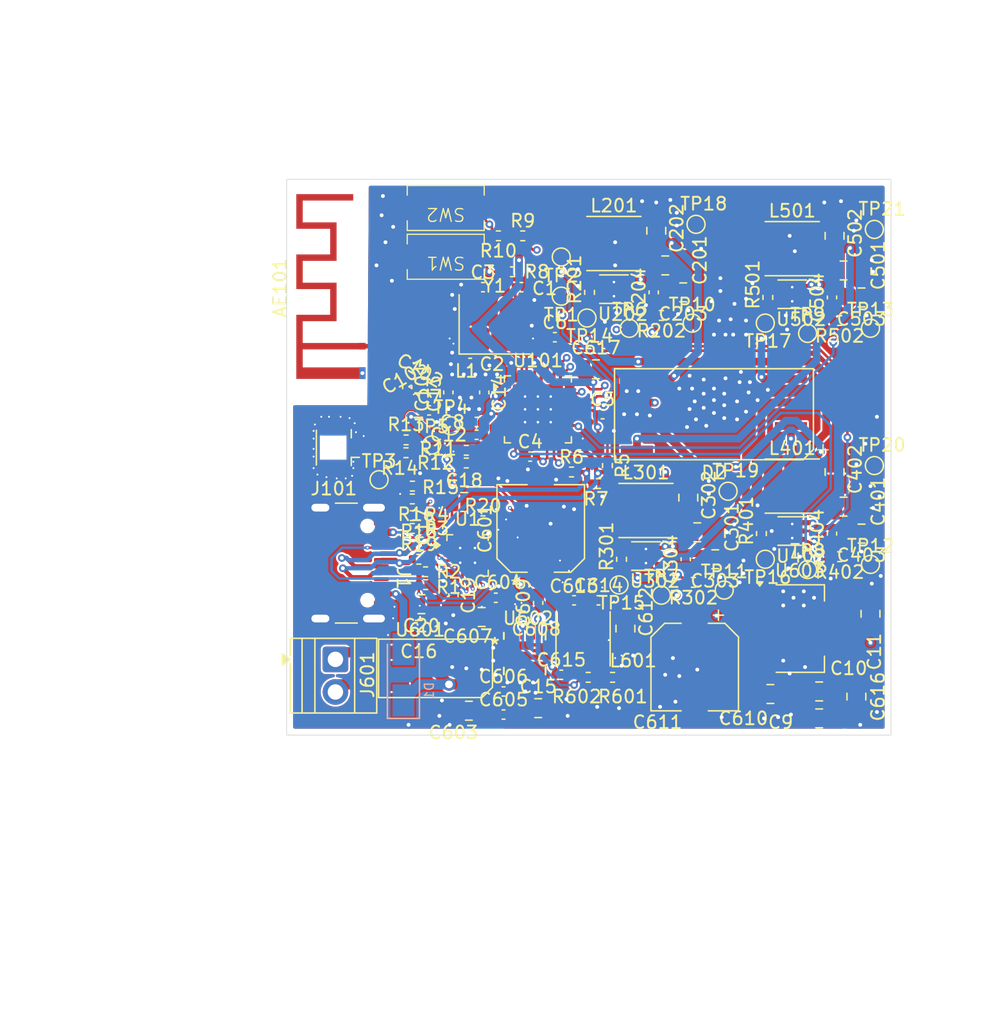
<source format=kicad_pcb>
(kicad_pcb (version 20241229) (generator "pcbnew") (generator_version "9.0")
  (layers (0 "F.Cu" signal) (4 "In1.Cu" signal) (6 "In2.Cu" signal) (2 "B.Cu" signal) (13 "F.Paste" user) (15 "B.Paste" user) (5 "F.SilkS" user "F.Silkscreen") (7 "B.SilkS" user "B.Silkscreen") (1 "F.Mask" user) (3 "B.Mask" user) (25 "Edge.Cuts" user))
  (net 0 "")
  (net 1 "Net-(C102-Pad2)")
  (net 2 "GND")
  (net 3 "Net-(AE101-A)")
  (net 4 "Net-(U101-XTAL_N)")
  (net 5 "Net-(U101-XTAL_P)")
  (net 6 "/ESP_CHIP_PU")
  (net 7 "/GPIO8")
  (net 8 "+3V3")
  (net 9 "/LedDriverRed/LED+")
  (net 10 "+5V")
  (net 11 "/LedDriverGreen/LED+")
  (net 12 "/LedDriverBlue/LED+")
  (net 13 "/LedDriverWhite/LED+")
  (net 14 "/Vbus")
  (net 15 "Net-(U602-VCC)")
  (net 16 "Net-(U602-BS)")
  (net 17 "Net-(U602-LX)")
  (net 18 "Net-(D1-A)")
  (net 19 "/LedDriverBlue/LED-")
  (net 20 "/LedDriverWhite/LED-")
  (net 21 "/LedDriverRed/LED-")
  (net 22 "/LedDriverGreen/LED-")
  (net 23 "Net-(J1-CC1)")
  (net 24 "/USB_D-")
  (net 25 "Net-(J1-CC2)")
  (net 26 "/USB_D+")
  (net 29 "Net-(J101-In)")
  (net 30 "Net-(J601-Pin_1)")
  (net 31 "Net-(J601-Pin_2)")
  (net 32 "Net-(U202-SW)")
  (net 33 "Net-(U302-SW)")
  (net 34 "Net-(U402-SW)")
  (net 35 "Net-(U502-SW)")
  (net 36 "/GPIO9")
  (net 37 "/ADC1_CH0")
  (net 38 "/ADC1_CH1")
  (net 39 "/ADC1_CH2")
  (net 40 "/ENR")
  (net 41 "/ENG")
  (net 42 "/ENB")
  (net 43 "/ENW")
  (net 44 "Net-(U602-FB)")
  (net 45 "Net-(U101-UORXD)")
  (net 46 "Net-(U101-UOTXD)")
  (net 47 "/PWMR")
  (net 48 "/PWMG")
  (net 49 "/PWMB")
  (net 50 "/PWMW")
  (net 54 "Net-(U101-ANT)")
  (net 56 "/GPIO15")
  (net 59 "Net-(U1-VDD)")
  (net 60 "Net-(U1-DN)")
  (net 61 "Net-(U1-DP)")
  (net 62 "Net-(U1-DRV)")
  (footprint "Inductor_SMD:L_APV_ANR4020" (layer "F.Cu") (at 144.5 62.4)
    (property "Reference" "L401")
    (property "Value" "2.2u")
  )
  (footprint "Capacitor_SMD:C_0402_1005Metric" (layer "F.Cu") (at 124.7 71.5 90)
    (property "Reference" "C609")
    (property "Value" "100nF 25V")
  )
  (footprint "TerminalBlock:TerminalBlock_Xinya_XY308-2.54-2P_1x02_P2.54mm_Horizontal" (layer "F.Cu") (at 108.9 75.9 -90)
    (property "Reference" "J601")
    (property "Value" "Screw_Terminal_01x02")
  )
  (footprint "Resistor_SMD:R_0402_1005Metric" (layer "F.Cu") (at 120.4 65.1)
    (property "Reference" "R20")
    (property "Value" "N.C.")
  )
  (footprint "Capacitor_SMD:C_0402_1005Metric" (layer "F.Cu") (at 129.4 71.3)
    (property "Reference" "C614")
    (property "Value" "100nF 25V")
  )
  (footprint "Capacitor_SMD:C_0805_2012Metric" (layer "F.Cu") (at 138.5 68.1 180)
    (property "Reference" "C303")
    (property "Value" "10uF 25V")
  )
  (footprint "Capacitor_SMD:C_0402_1005Metric" (layer "F.Cu") (at 118.1 70.9 -90)
    (property "Reference" "C19")
    (property "Value" "100nF 25V")
  )
  (footprint "Capacitor_SMD:C_0805_2012Metric" (layer "F.Cu") (at 131.5 73.5 -90)
    (property "Reference" "C612")
    (property "Value" "10uF 25V")
  )
  (footprint "Resistor_SMD:R_0402_1005Metric" (layer "F.Cu") (at 115.4 68.1)
    (property "Reference" "R19")
    (property "Value" "0R")
  )
  (footprint "1CustomFootprints:QR4xLED" (layer "F.Cu") (at 138.4 56.8 90)
    (property "Reference" "D2")
    (property "Value" "LED_RGBW")
  )
  (footprint "Capacitor_SMD:C_0402_1005Metric" (layer "F.Cu") (at 147.6 47.7 90)
    (property "Reference" "C504")
    (property "Value" "100nF 25V")
  )
  (footprint "Package_DFN_QFN:QFN-32-1EP_5x5mm_P0.5mm_EP3.65x3.65mm_ThermalVias" (layer "F.Cu") (at 124.68 56.42)
    (property "Reference" "U101")
    (property "Value" "ESP32-C6FHx")
  )
  (footprint "Capacitor_SMD:C_0402_1005Metric" (layer "F.Cu") (at 120.5 55.1 -90)
    (property "Reference" "C14")
    (property "Value" "C")
  )
  (footprint "Capacitor_SMD:C_0402_1005Metric" (layer "F.Cu") (at 126.5 77.1)
    (property "Reference" "C615")
    (property "Value" "100nF 25V")
  )
  (footprint "Package_SON:WSON-6-1EP_2x2mm_P0.65mm_EP1x1.6mm_ThermalVias" (layer "F.Cu") (at 133.1 67.85 180)
    (property "Reference" "U302")
    (property "Value" "TPS92201")
  )
  (footprint "Resistor_SMD:R_0402_1005Metric" (layer "F.Cu") (at 114.41 58.8 180)
    (property "Reference" "R13")
    (property "Value" "68K")
  )
  (footprint "TestPoint:TestPoint_Pad_D1.0mm" (layer "F.Cu") (at 131 70.1)
    (property "Reference" "TP15")
    (property "Value" "TestPoint")
  )
  (footprint "Resistor_SMD:R_0402_1005Metric" (layer "F.Cu") (at 115.923995 70.076394 180)
    (property "Reference" "R1")
    (property "Value" "10K")
  )
  (footprint "Crystal:Crystal_SMD_3225-4Pin_3.2x2.5mm_HandSoldering" (layer "F.Cu") (at 121.3 49.8)
    (property "Reference" "Y1")
    (property "Value" "40MHz")
  )
  (footprint "TestPoint:TestPoint_Pad_D1.0mm" (layer "F.Cu") (at 126.5 44.55 180)
    (property "Reference" "TP2")
    (property "Value" "TestPoint")
  )
  (footprint "Capacitor_SMD:C_0805_2012Metric" (layer "F.Cu") (at 118.933005 63.639666)
    (property "Reference" "C18")
    (property "Value" "10uF 25V")
  )
  (footprint "1CustomFootprints:MFB" (layer "F.Cu") (at 116.7 76.6 90)
    (property "Reference" "U601")
    (property "Value" "MB34F")
  )
  (footprint "Package_SON:WSON-6-1EP_2x2mm_P0.65mm_EP1x1.6mm_ThermalVias" (layer "F.Cu") (at 144.5 65.9 180)
    (property "Reference" "U402")
    (property "Value" "TPS92201")
  )
  (footprint "Resistor_SMD:R_0402_1005Metric" (layer "F.Cu") (at 114.9 62.4 180)
    (property "Reference" "R15")
    (property "Value" "68K")
  )
  (footprint "Inductor_SMD:L_APV_ANR4020" (layer "F.Cu") (at 144.5 43.9)
    (property "Reference" "L501")
    (property "Value" "2.2u")
  )
  (footprint "Inductor_SMD:L_APV_ANR4020" (layer "F.Cu") (at 133.1 64.3)
    (property "Reference" "L301")
    (property "Value" "2.2u")
  )
  (footprint "Capacitor_SMD:C_0402_1005Metric" (layer "F.Cu") (at 133.705 47.305 90)
    (property "Reference" "C204")
    (property "Value" "100nF 25V")
  )
  (footprint "Capacitor_SMD:C_0805_2012Metric" (layer "F.Cu") (at 134.605 45.205)
    (property "Reference" "C201")
    (property "Value" "10uF 25V")
  )
  (footprint "TestPoint:TestPoint_Pad_D1.0mm" (layer "F.Cu") (at 139.5 62.8)
    (property "Reference" "TP19")
    (property "Value" "TestPoint")
  )
  (footprint "Capacitor_SMD:CP_Elec_6.3x5.4" (layer "F.Cu") (at 124.9 65.7 90)
    (property "Reference" "C601")
    (property "Value" "68uF 25V")
  )
  (footprint "Resistor_SMD:R_0402_1005Metric" (layer "F.Cu") (at 119.1 60.6 180)
    (property "Reference" "R12")
    (property "Value" "68K")
  )
  (footprint "TestPoint:TestPoint_Pad_D1.0mm" (layer "F.Cu") (at 145.7 68.9)
    (property "Reference" "TP8")
    (property "Value" "TestPoint")
  )
  (footprint "Resistor_SMD:R_0402_1005Metric" (layer "F.Cu") (at 123.5 42.9)
    (property "Reference" "R9")
    (property "Value" "10K")
  )
  (footprint "Capacitor_SMD:C_0805_2012Metric" (layer "F.Cu") (at 124.7 79.7)
    (property "Reference" "C15")
    (property "Value" "10uF 25V")
  )
  (footprint "Resistor_SMD:R_0402_1005Metric" (layer "F.Cu") (at 130.1 60.8 -90)
    (property "Reference" "R5")
    (property "Value" "1K2")
  )
  (footprint "TestPoint:TestPoint_Pad_D1.0mm" (layer "F.Cu") (at 116.4 59.2)
    (property "Reference" "TP5")
    (property "Value" "TestPoint")
  )
  (footprint "Capacitor_SMD:C_0402_1005Metric" (layer "F.Cu") (at 117.7 55.1 -90)
    (property "Reference" "C13")
    (property "Value" "C")
  )
  (footprint "Capacitor_SMD:C_0805_2012Metric" (layer "F.Cu") (at 147.8 61.3 90)
    (property "Reference" "C402")
    (property "Value" "10uF 25V")
  )
  (footprint "RF_Antenna:Texas_SWRA117D_2.4GHz_Right" (layer "F.Cu") (at 111 51.5 90)
    (property "Reference" "AE101")
    (property "Value" "Antenna_Shield")
  )
  (footprint "Capacitor_SMD:C_0805_2012Metric" (layer "F.Cu") (at 150.6 72.35 90)
    (property "Reference" "C11")
    (property "Value" "10uF 25V")
  )
  (footprint "Inductor_SMD:L_APV_ANR4020" (layer "F.Cu") (at 130.6 43.5)
    (property "Reference" "L201")
    (property "Value" "2.2u")
  )
  (footprint "Resistor_SMD:R_0402_1005Metric" (layer "F.Cu") (at 128.705 47.305 90)
    (property "Reference" "R201")
    (property "Value" "100m")
  )
  (footprint "Resistor_SMD:R_0402_1005Metric" (layer "F.Cu") (at 148.2 67.9)
    (property "Reference" "R402")
    (property "Value" "10K")
  )
  (footprint "Capacitor_SMD:C_0402_1005Metric" (layer "F.Cu") (at 147.6 66.1 90)
    (property "Reference" "C404")
    (property "Value" "100nF 25V")
  )
  (footprint "Package_SON:WSON-6-1EP_2x2mm_P0.65mm_EP1x1.6mm_ThermalVias" (layer "F.Cu") (at 130.605 47.055 180)
    (property "Reference" "U202")
    (property "Value" "TPS92201")
  )
  (footprint "TestPoint:TestPoint_Pad_D1.0mm" (layer "F.Cu") (at 150.9 60.8)
    (property "Reference" "TP20")
    (property "Value" "TestPoint")
  )
  (footprint "Capacitor_SMD:C_0402_1005Metric" (layer "F.Cu") (at 114.9 54.4 -30)
    (property "Reference" "C102")
    (property "Value" "C")
  )
  (footprint "Resistor_SMD:R_0402_1005Metric" (layer "F.Cu") (at 134.305 49.105)
    (property "Reference" "R202")
    (property "Value" "10K")
  )
  (footprint "TestPoint:TestPoint_Pad_D1.0mm" (layer "F.Cu") (at 150.9 42.4)
    (property "Reference" "TP21")
    (property "Value" "TestPoint")
  )
  (footprint "Inductor_SMD:L_APV_ANR4012" (layer "F.Cu") (at 128.2 74.3 90)
    (property "Reference" "L601")
    (property "Value" "1.2uH")
  )
  (footprint "Capacitor_SMD:C_0805_2012Metric" (layer "F.Cu") (at 120.3 72.6 180)
    (property "Reference" "C607")
    (property "Value" "10uF 25V")
  )
  (footprint "Capacitor_SMD:C_0402_1005Metric" (layer "F.Cu") (at 119.9 58.4 180)
    (property "Reference" "C12")
    (property "Value" "100nF 25V")
  )
  (footprint "Capacitor_SMD:C_0805_2012Metric" (layer "F.Cu") (at 136.005 47.305 180)
    (property "Reference" "C203")
    (property "Value" "10uF 25V")
  )
  (footprint "Package_TO_SOT_SMD:SOT-223" (layer "F.Cu") (at 145.1 73.5)
    (property "Reference" "U603")
    (property "Value" "XBL1117")
  )
  (footprint "Capacitor_SMD:C_0402_1005Metric" (layer "F.Cu") (at 127.5 71.3 180)
    (property "Reference" "C613")
    (property "Value" "100nF 25V")
  )
  (footprint "Resistor_SMD:R_0402_1005Metric" (layer "F.Cu") (at 119.1 59.61)
    (property "Reference" "R11")
    (property "Value" "10K")
  )
  (footprint "Capacitor_SMD:C_0805_2012Metric" (layer "F.Cu") (at 142.8 78.6)
    (property "Reference" "C610")
    (property "Value" "10uF 25V")
  )
  (footprint "Resistor_SMD:R_0402_1005Metric" (layer "F.Cu") (at 129.4 62.2 180)
    (property "Reference" "R7")
    (property "Value" "10K")
  )
  (footprint "Capacitor_SMD:C_0402_1005Metric" (layer "F.Cu") (at 121.4 71.1 180)
    (property "Reference" "C604")
    (property "Value" "100nF 25V")
  )
  (footprint "Resistor_SMD:R_0402_1005Metric" (layer "F.Cu") (at 130.5 77.3 180)
    (property "Reference" "R601")
    (property "Value" "68K")
  )
  (footprint "Capacitor_SMD:CP_Elec_6.3x5.4" (layer "F.Cu") (at 136.9 76.5 -90)
    (property "Reference" "C611")
    (property "Value" "68uF 25V")
  )
  (footprint "Resistor_SMD:R_0402_1005Metric" (layer "F.Cu") (at 142.1 66.1 90)
    (property "Reference" "R401")
    (property "Value" "100m")
  )
  (footprint "Capacitor_SMD:C_0402_1005Metric" (layer "F.Cu") (at 119.4 52.8)
    (property "Reference" "C2")
    (property "Value" "18pF 50V")
  )
  (footprint "Resistor_SMD:R_0402_1005Metric" (layer "F.Cu") (at 114.4 59.8)
    (property "Reference" "R14")
    (property "Value" "10K")
  )
  (footprint "Resistor_SMD:R_0402_1005Metric" (layer "F.Cu") (at 127.3 61.3)
    (property "Reference" "R6")
    (property "Value" "10K")
  )
  (footprint "Capacitor_SMD:C_0402_1005Metric" (layer "F.Cu") (at 136.2 68.1 90)
    (property "Reference" "C304")
    (property "Value" "100nF 25V")
  )
  (footprint "Connector_Coaxial:U.FL_Hirose_U.FL-R-SMT-1_Vertical" (layer "F.Cu") (at 109.25 59.4 180)
    (property "Reference" "J101")
    (property "Value" "Conn_Coaxial")
  )
  (footprint "Capacitor_SMD:C_0402_1005Metric" (layer "F.Cu") (at 116.9 65.6 90)
    (property "Reference" "C17")
    (property "Value" "100nF 25V")
  )
  (footprint "Capacitor_SMD:C_0402_1005Metric" (layer "F.Cu") (at 129.72 56.8)
    (property "Reference" "C5")
    (property "Value" "100nF 25V")
  )
  (footprint "TestPoint:TestPoint_Pad_D1.0mm" (layer "F.Cu") (at 139.2 70.5)
    (property "Reference" "TP11")
    (property "Value" "TestPoint")
  )
  (footprint "TestPoint:TestPoint_Pad_D1.0mm" (layer "F.Cu") (at 128.505 49.305)
    (property "Reference" "TP14")
    (property "Value" "TestPoint")
  )
  (footprint "Resistor_SMD:R_0402_1005Metric" (layer "F.Cu") (at 148.2 49.5)
    (property "Reference" "R502")
    (property "Value" "10K")
  )
  (footprint "Capacitor_SMD:C_0805_2012Metric" (layer "F.Cu") (at 129.2 53.3)
    (property "Reference" "C617")
    (property "Value" "10uF 25V")
  )
  (footprint "Resistor_SMD:R_0402_1005Metric" (layer "F.Cu") (at 114.89 63.4)
    (property "Reference" "R16")
    (property "Value" "10K")
  )
  (footprint "Capacitor_SMD:C_0805_2012Metric" (layer "F.Cu") (at 119.3 79.9 180)
    (property "Reference" "C603")
    (property "Value" "10uF 25V")
  )
  (footprint "1CustomFootprints:TS1101A26025" (layer "F.Cu") (at 117.495 40.73 180)
    (property "Reference" "SW2")
    (property "Value" "SW_SPST")
  )
  (footprint "TestPoint:TestPoint_Pad_D1.0mm" (layer "F.Cu") (at 142.4 68.1)
    (property "Reference" "TP16")
    (property "Value" "TestPoint")
  )
  (footprint "Resistor_SMD:R_0402_1005Metric" (layer "F.Cu") (at 131.2 68.1 90)
    (property "Reference" "R301")
    (property "Value" "100m")
  )
  (footprint "TestPoint:TestPoint_Pad_D1.0mm" (layer "F.Cu") (at 126.5 47.6 180)
    (property "Reference" "TP1")
    (property "Value" "TestPoint")
  )
  (footprint "Capacitor_SMD:C_0402_1005Metric" (layer "F.Cu") (at 126 50.8)
    (property "Reference" "C6")
    (property "Value" "100nF 25V")
  )
  (footprint "TestPoint:TestPoint_Pad_D1.0mm" (layer "F.Cu") (at 137.005 42.005)
    (property "Reference" "TP18")
    (property "Value" "TestPoint")
  )
  (footprint "Resistor_SMD:R_0402_1005Metric" (layer "F.Cu") (at 128.6 77.3)
    (property "Reference" "R602")
    (property "Value" "8.2K")
  )
  (footprint "Capacitor_SMD:C_0805_2012Metric" (layer "F.Cu") (at 133.905 42.505 90)
    (property "Reference" "C202")
    (property "Value" "10uF 25V")
  )
  (footprint "Capacitor_SMD:C_0402_1005Metric" (layer "F.Cu") (at 122 78.4)
    (property "Reference" "C606")
    (property "Value" "100nF 25V")
  )
  (footprint "Capacitor_SMD:C_0402_1005Metric" (layer "F.Cu") (at 116.2 56.5)
    (property "Reference" "C7")
    (property "Value" "100nF 25V")
  )
  (footprint "1CustomFootprints:TS1101A26025" (layer "F.Cu") (at 117.495 44.53 180)
    (property "Reference" "SW1")
    (property "Value" "SW_SPST")
  )
  (footprint "Capacitor_SMD:C_0805_2012Metric" (layer "F.Cu") (at 148.5 64)
    (property "Reference" "C401")
    (property "Value" "10uF 25V")
  )
  (footprint "Capacitor_SMD:C_0402_1005Metric" (layer "F.Cu") (at 123.3 72.4 180)
    (property "Reference" "C608")
    (property "Value" "100nF 25V")
  )
  (footprint "Capacitor_SMD:C_0805_2012Metric" (layer "F.Cu") (at 149.9 66.1 180)
    (property "Reference" "C403")
    (property "Value" "10uF 25V")
  )
  (footprint "TestPoint:TestPoint_Pad_D1.0mm" (layer "F.Cu") (at 117.9 57.7)
    (property "Reference" "TP4")
    (property "Value" "TestPoint")
  )
  (footprint "Resistor_SMD:R_0402_1005Metric" (layer "F.Cu") (at 136.8 69.9)
    (property "Reference" "R302")
    (property "Value" "10K")
  )
  (footprint "TestPoint:TestPoint_Pad_D1.0mm" (layer "F.Cu") (at 150.6 68.5)
    (property "Reference" "TP12")
    (property "Value" "TestPoint")
  )
  (footprint "Capacitor_SMD:C_0805_2012Metric" (layer "F.Cu") (at 136.4 63.3 90)
    (property "Reference" "C302")
    (property "Value" "10uF 25V")
  )
  (footprint "Resistor_SMD:R_0402_1005Metric" (layer "F.Cu") (at 115.4 67.1)
    (property "Reference" "R18")
    (property "Value" "0R")
  )
  (footprint "Package_DFN_QFN:QFN-20-1EP_3x3mm_P0.4mm_EP1.65x1.65mm_ThermalVias" (layer "F.Cu") (at 119.2 67.8)
    (property "Reference" "U1")
    (property "Value" "CH224D")
  )
  (footprint "TestPoint:TestPoint_Pad_D1.0mm" (layer "F.Cu") (at 134.3 70.9)
    (property "Reference" "TP7")
    (property "Value" "TestPoint")
  )
  (footprint "Capacitor_SMD:C_0805_2012Metric" (layer "F.Cu") (at 149.9 47.7 180)
    (property "Reference" "C503")
    (property "Value" "10uF 25V")
  )
  (footprint "Capacitor_SMD:C_0402_1005Metric" (layer "F.Cu") (at 114.5 54.7 -90)
    (property "Reference" "C101")
    (property "Value" "C")
  )
  (footprint "Resistor_SMD:R_0402_1005Metric" (layer "F.Cu") (at 121.6 42.9 180)
    (property "Reference" "R10")
    (property "Value" "10K")
  )
  (footprint "Capacitor_SMD:C_0402_1005Metric" (layer "F.Cu") (at 114.9 54.9 30)
    (property "Reference" "C103")
    (property "Value" "C")
  )
  (footprint "Capacitor_SMD:C_0805_2012Metric" (layer "F.Cu") (at 148.5 45.6)
    (property "Reference" "C501")
    (property "Value" "10uF 25V")
  )
  (footprint "TestPoint:TestPoint_Pad_D1.0mm" (layer "F.Cu") (at 142.4 49.7)
    (property "Reference" "TP17")
    (property "Value" "TestPoint")
  )
  (footprint "Capacitor_SMD:C_0402_1005Metric" (layer "F.Cu") (at 122 80.2)
    (property "Reference" "C605")
    (property "Value" "100nF 25V")
  )
  (footprint "TestPoint:TestPoint_Pad_D1.0mm" (layer "F.Cu") (at 131.805 50.105)
    (property "Reference" "TP6")
    (property "Value" "TestPoint")
  )
  (footprint "Capacitor_SMD:C_0805_2012Metric" (layer "F.Cu") (at 115.4 73.6 180)
    (property "Reference" "C16")
    (property "Value" "10uF 25V")
  )
  (footprint "Capacitor_SMD:C_0402_1005Metric" (layer "F.Cu") (at 123.4 46.9 180)
    (property "Reference" "C1")
    (property "Value" "18pF 50V")
  )
  (footprint "TestPoint:TestPoint_Pad_D1.0mm" (layer "F.Cu") (at 136.705 49.705)
    (property "Reference" "TP10")
    (property "Value" "TestPoint")
  )
  (footprint "Resistor_SMD:R_0402_1005Metric" (layer "F.Cu") (at 115.923995 69.076394 180)
    (property "Reference" "R2")
    (property "Value" "10K")
  )
  (footprint "Capacitor_SMD:C_0805_2012Metric" (layer "F.Cu") (at 147.8 42.9 90)
    (property "Reference" "C502")
    (property "Value" "10uF 25V")
  )
  (footprint "Capacitor_SMD:C_0805_2012Metric" (layer "F.Cu") (at 146.6 80.5 180)
    (property "Reference" "C9")
    (property "Value" "10uF 25V")
  )
  (footprint "Resistor_SMD:R_0402_1005Metric" (layer "F.Cu") (at 114.89 64.7 180)
    (property "Reference" "R4")
    (property "Value" "10K")
  )
  (footprint "TestPoint:TestPoint_Pad_D1.0mm" (layer "F.Cu") (at 145.7 50.5)
    (property "Reference" "TP9")
    (property "Value" "TestPoint")
  )
  (footprint "Capacitor_SMD:C_0402_1005Metric" (layer "F.Cu") (at 119.9 57.4 180)
    (property "Reference" "C8")
    (property "Value" "100nF 25V")
  )
  (footprint "Resistor_SMD:R_0402_1005Metric" (layer "F.Cu") (at 142.6 47.7 90)
    (property "Reference" "R501")
    (property "Value" "100m")
  )
  (footprint "Package_SON:WSON-6-1EP_2x2mm_P0.65mm_EP1x1.6mm_ThermalVias" (layer "F.Cu") (at 144.5 47.45 180)
    (property "Reference" "U502")
    (property "Value" "TPS92201")
  )
  (footprint "Capacitor_SMD:C_0805_2012Metric" (layer "F.Cu") (at 149.5 78.8 -90)
    (property "Reference" "C616")
    (property "Value" "10uF 25V")
  )
  (footprint "TestPoint:TestPoint_Pad_D1.0mm" (layer "F.Cu") (at 150.6 50.1)
    (property "Reference" "TP13")
    (property "Value" "TestPoint")
  )
  (footprint "Capacitor_SMD:C_0805_2012Metric" (layer "F.Cu") (at 146.6 78.4 180)
    (property "Reference" "C10")
    (property "Value" "10uF 25V")
  )
  (footprint "Capacitor_SMD:C_0805_2012Metric" (layer "F.Cu") (at 137.1 66)
    (property "Reference" "C301")
    (property "Value" "10uF 25V")
  )
  (footprint "TestPoint:TestPoint_Pad_D1.0mm" (layer "F.Cu") (at 112.3 61.9)
    (property "Reference" "TP3")
    (property "Value" "TestPoint")
  )
  (footprint "1CustomFootprints:QFN3X3-12_SGY" (layer "F.Cu") (at 123.65065 75.449075)
    (property "Reference" "U602")
    (property "Value" "SY8366H")
  )
  (footprint "Capacitor_SMD:C_0402_1005Metric" (layer "F.Cu") (at 124.08 60.1)
    (property "Reference" "C4")
    (property "Value" "100nF 25V")
  )
  (footprint "Resistor_SMD:R_0402_1005Metric" (layer "F.Cu") (at 122.7 45.7 180)
    (property "Reference" "R8")
    (property "Value" "10K")
  )
  (footprint "Inductor_SMD:L_0402_1005Metric" (layer "F.Cu") (at 119.1 54.6)
    (property "Reference" "L1")
    (property "Value" "L")
  )
  (footprint "Connector_USB:USB_C_Receptacle_GCT_USB4105-xx-A_16P_TopMnt_Horizontal" (layer "F.Cu") (at 108.8 68.4 -90)
    (property "Reference" "J1")
    (property "Value" "USB_C_Receptacle_USB2.0_16P")
  )
  (footprint "Resistor_SMD:R_0402_1005Metric" (layer "F.Cu") (at 114.89 65.7 180)
    (property "Reference" "R3")
    (property "Value" "10K")
  )
  (footprint "Capacitor_SMD:C_0805_2012Metric" (layer "F.Cu") (at 115.6 71.6 180)
    (property "Reference" "C20")
    (property "Value" "10uF 25V")
  )
  (footprint "Capacitor_SMD:C_0402_1005Metric" (layer "F.Cu") (at 120.4 46.9)
    (property "Reference" "C3")
    (property "Value" "100nF 25V")
  )
  (footprint "VE_diodes:SMA" (layer "B.Cu") (at 114.2 77.1 90)
    (property "Reference" "D1")
    (property "Value" "SS34")
  )
  (gr_rect (start 105.1 38.5) (end 152.2 81.8) (stroke (width 0.05)) (fill no) (layer "Edge.Cuts"))
  (segment (start 117.7 54.62) (end 115.335692 54.62) (width 0.3493) (layer "F.Cu") (net 1))
  (segment (start 118.615 54.6) (end 117.72 54.6) (width 0.3493) (layer "F.Cu") (net 1))
  (segment (start 115.335692 54.62) (end 115.315692 54.64) (width 0.3493) (layer "F.Cu") (net 1))
  (segment (start 130.871 76.729) (end 131.2 76.4) (width 0.2) (layer "F.Cu") (net 2))
  (segment (start 129.11 77.3) (end 129.681 76.729) (width 0.2) (layer "F.Cu") (net 2))
  (segment (start 129.681 76.729) (end 130.871 76.729) (width 0.2) (layer "F.Cu") (net 2))
  (via (at 121.2 75) (size 0.6) (drill 0.3) (layers "F.Cu" "B.Cu") (net 2))
  (via (at 115.5 61.4) (size 0.6) (drill 0.3) (layers "F.Cu" "B.Cu") (net 2))
  (via (at 146.2 71.1) (size 0.6) (drill 0.3) (layers "F.Cu" "B.Cu") (net 2))
  (via (at 126.7 64) (size 0.6) (drill 0.3) (layers "F.Cu" "B.Cu") (net 2))
  (via (at 120.9 53) (size 0.6) (drill 0.3) (layers "F.Cu" "B.Cu") (net 2))
  (via (at 137.6 56.3) (size 0.6) (drill 0.3) (layers "F.Cu" "B.Cu") (net 2))
  (via (at 118 53.7) (size 0.6) (drill 0.3) (layers "F.Cu" "B.Cu") (net 2))
  (via (at 141.2 54.3) (size 0.6) (drill 0.3) (layers "F.Cu" "B.Cu") (net 2))
  (via (at 120.3 76.7) (size 0.6) (drill 0.3) (layers "F.Cu" "B.Cu") (net 2))
  (via (at 140.5 53.5) (size 0.6) (drill 0.3) (layers "F.Cu" "B.Cu") (net 2))
  (via (at 113.5 71.8) (size 0.3) (drill 0.15) (layers "F.Cu" "B.Cu") (net 2))
  (via (at 115.5 72.6) (size 0.3) (drill 0.15) (layers "F.Cu" "B.Cu") (net 2))
  (via (at 147.5 69.6) (size 0.6) (drill 0.3) (layers "F.Cu" "B.Cu") (net 2))
  (via (at 138.4 54.8) (size 0.6) (drill 0.3) (layers "F.Cu" "B.Cu") (net 2))
  (via (at 138 62) (size 0.6) (drill 0.3) (layers "F.Cu" "B.Cu") (net 2))
  (via (at 118.7 57.4) (size 0.3) (drill 0.15) (layers "F.Cu" "B.Cu") (net 2))
  (via (at 107.2 60.1) (size 0.3) (drill 0.15) (layers "F.Cu" "B.Cu") (net 2))
  (via (at 151.1 80) (size 0.6) (drill 0.3) (layers "F.Cu" "B.Cu") (net 2))
  (via (at 139.2 56.1) (size 0.6) (drill 0.3) (layers "F.Cu" "B.Cu") (net 2))
  (via (at 136.9 55.8) (size 0.6) (drill 0.3) (layers "F.Cu" "B.Cu") (net 2))
  (via (at 135 40.1) (size 0.6) (drill 0.3) (layers "F.Cu" "B.Cu") (net 2))
  (via (at 117.8 81) (size 0.6) (drill 0.3) (layers "F.Cu" "B.Cu") (net 2))
  (via (at 149.3 42.5) (size 0.6) (drill 0.3) (layers "F.Cu" "B.Cu") (net 2))
  (via (at 118.7 46.7) (size 0.6) (drill 0.3) (layers "F.Cu" "B.Cu") (net 2))
  (via (at 122.9 71.6) (size 0.3) (drill 0.15) (layers "F.Cu" "B.Cu") (net 2))
  (via (at 113.3 46.4) (size 0.6) (drill 0.3) (layers "F.Cu" "B.Cu") (net 2))
  (via (at 138.4 55.7) (size 0.6) (drill 0.3) (layers "F.Cu" "B.Cu") (net 2))
  (via (at 141.1 55.1) (size 0.6) (drill 0.3) (layers "F.Cu" "B.Cu") (net 2))
  (via (at 117.7 56.4) (size 0.6) (drill 0.3) (layers "F.Cu" "B.Cu") (net 2))
  (via (at 113.4 72.7) (size 0.3) (drill 0.15) (layers "F.Cu" "B.Cu") (net 2))
  (via (at 118 76.5) (size 0.6) (drill 0.3) (layers "F.Cu" "B.Cu") (net 2))
  (via (at 149.9 67.5) (size 0.6) (drill 0.3) (layers "F.Cu" "B.Cu") (net 2))
  (via (at 145.4 71.7) (size 0.6) (drill 0.3) (layers "F.Cu" "B.Cu") (net 2))
  (via (at 131 79.7) (size 0.6) (drill 0.3) (layers "F.Cu" "B.Cu") (net 2))
  (via (at 127.8 46.8) (size 0.6) (drill 0.3) (layers "F.Cu" "B.Cu") (net 2))
  (via (at 139.4 66) (size 0.6) (drill 0.3) (layers "F.Cu" "B.Cu") (net 2))
  (via (at 150.7 70) (size 0.6) (drill 0.3) (layers "F.Cu" "B.Cu") (net 2))
  (via (at 115.841182 64.529532) (size 0.3) (drill 0.15) (layers "F.Cu" "B.Cu") (net 2))
  (via (at 115.470201 71.721779) (size 0.3) (drill 0.15) (layers "F.Cu" "B.Cu") (net 2))
  (via (at 121.2 76) (size 0.6) (drill 0.3) (layers "F.Cu" "B.Cu") (net 2))
  (via (at 122.3 62) (size 0.6) (drill 0.3) (layers "F.Cu" "B.Cu") (net 2))
  (via (at 140.7 69.2) (size 0.6) (drill 0.3) (layers "F.Cu" "B.Cu") (net 2))
  (via (at 120.8 66.1) (size 0.6) (drill 0.3) (layers "F.Cu" "B.Cu") (net 2))
  (via (at 133.9 40.3) (size 0.6) (drill 0.3) (layers "F.Cu" "B.Cu") (net 2))
  (via (at 117.8 50.9) (size 0.3) (drill 0.15) (layers "F.Cu" "B.Cu") (net 2))
  (via (at 107.5 61.5) (size 0.3) (drill 0.15) (layers "F.Cu" "B.Cu") (net 2))
  (via (at 111.1 58.5) (size 0.3) (drill 0.15) (layers "F.Cu" "B.Cu") (net 2))
  (via (at 118.097154 59.702172) (size 0.3) (drill 0.15) (layers "F.Cu" "B.Cu") (net 2))
  (via (at 138.9 69.5) (size 0.6) (drill 0.3) (layers "F.Cu" "B.Cu") (net 2))
  (via (at 137 57.2) (size 0.6) (drill 0.3) (layers "F.Cu" "B.Cu") (net 2))
  (via (at 136.5 56.4) (size 0.6) (drill 0.3) (layers "F.Cu" "B.Cu") (net 2))
  (via (at 134.2 79.6) (size 0.6) (drill 0.3) (layers "F.Cu" "B.Cu") (net 2))
  (via (at 123.3 77.7) (size 0.6) (drill 0.3) (layers "F.Cu" "B.Cu") (net 2))
  (via (at 138.2 48) (size 0.6) (drill 0.3) (layers "F.Cu" "B.Cu") (net 2))
  (via (at 134.6 77.1) (size 0.6) (drill 0.3) (layers "F.Cu" "B.Cu") (net 2))
  (via (at 151.1 57) (size 0.6) (drill 0.3) (layers "F.Cu" "B.Cu") (net 2))
  (via (at 143.1 67.3) (size 0.6) (drill 0.3) (layers "F.Cu" "B.Cu") (net 2))
  (via (at 140.7 68.2) (size 0.6) (drill 0.3) (layers "F.Cu" "B.Cu") (net 2))
  (via (at 127.8 45.5) (size 0.6) (drill 0.3) (layers "F.Cu" "B.Cu") (net 2))
  (via (at 124.4 47.9) (size 0.6) (drill 0.3) (layers "F.Cu" "B.Cu") (net 2))
  (via (at 138 63) (size 0.6) (drill 0.3) (layers "F.Cu" "B.Cu") (net 2))
  (via (at 129.3 79.6) (size 0.6) (drill 0.3) (layers "F.Cu" "B.Cu") (net 2))
  (via (at 138.9 47.2) (size 0.6) (drill 0.3) (layers "F.Cu" "B.Cu") (net 2))
  (via (at 149.8 81) (size 0.6) (drill 0.3) (layers "F.Cu" "B.Cu") (net 2))
  (via (at 110.3 60.5) (size 0.3) (drill 0.15) (layers "F.Cu" "B.Cu") (net 2))
  (via (at 144.3 42.9) (size 0.6) (drill 0.3) (layers "F.Cu" "B.Cu") (net 2))
  (via (at 110.3 61) (size 0.3) (drill 0.15) (layers "F.Cu" "B.Cu") (net 2))
  (via (at 122.2 65) (size 0.3) (drill 0.15) (layers "F.Cu" "B.Cu") (net 2))
  (via (at 110.2 61.6) (size 0.3) (drill 0.15) (layers "F.Cu" "B.Cu") (net 2))
  (via (at 133.1 48.3) (size 0.6) (drill 0.3) (layers "F.Cu" "B.Cu") (net 2))
  (via (at 143.8 70.6) (size 0.6) (drill 0.3) (layers "F.Cu" "B.Cu") (net 2))
  (via (at 144.3 77) (size 0.6) (drill 0.3) (layers "F.Cu" "B.Cu") (net 2))
  (via (at 117.1 62.9) (size 0.3) (drill 0.15) (layers "F.Cu" "B.Cu") (net 2))
  (via (at 113 74) (size 0.3) (drill 0.15) (layers "F.Cu" "B.Cu") (net 2))
  (via (at 120.6 53.7) (size 0.6) (drill 0.3) (layers "F.Cu" "B.Cu") (net 2))
  (via (at 110.5 58.2) (size 0.3) (drill 0.15) (layers "F.Cu" "B.Cu") (net 2))
  (via (at 127.3 70.5) (size 0.3) (drill 0.15) (layers "F.Cu" "B.Cu") (net 2))
  (via (at 118 52) (size 0.6) (drill 0.3) (layers "F.Cu" "B.Cu") (net 2))
  (via (at 139.3 50.6) (size 0.6) (drill 0.3) (layers "F.Cu" "B.Cu") (net 2))
  (via (at 135.2 75.8) (size 0.6) (drill 0.3) (layers "F.Cu" "B.Cu") (net 2))
  (via (at 112.5 41.3) (size 0.6) (drill 0.3) (layers "F.Cu" "B.Cu") (net 2))
  (via (at 110 57.1) (size 0.3) (drill 0.15) (layers "F.Cu" "B.Cu") (net 2))
  (via (at 140.9 49.5) (size 0.6) (drill 0.3) (layers "F.Cu" "B.Cu") (net 2))
  (via (at 136.405 48.705) (size 0.6) (drill 0.3) (layers "F.Cu" "B.Cu") (net 2))
  (via (at 117.011122 70.184635) (size 0.3) (drill 0.15) (layers "F.Cu" "B.Cu") (net 2))
  (via (at 130.8 48.9) (size 0.6) (drill 0.3) (layers "F.Cu" "B.Cu") (net 2))
  (via (at 137.6 55.2) (size 0.6) (drill 0.3) (layers "F.Cu" "B.Cu") (net 2))
  (via (at 139.2 57.1) (size 0.6) (drill 0.3) (layers "F.Cu" "B.Cu") (net 2))
  (via (at 108.4 57) (size 0.3) (drill 0.15) (layers "F.Cu" "B.Cu") (net 2))
  (via (at 117.30563 69.782587) (size 0.6) (drill 0.3) (layers "F.Cu" "B.Cu") (net 2))
  (via (at 130.7 45.2) (size 0.6) (drill 0.3) (layers "F.Cu" "B.Cu") (net 2))
  (via (at 151.4 69.4) (size 0.6) (drill 0.3) (layers "F.Cu" "B.Cu") (net 2))
  (via (at 124.3 50.9) (size 0.3) (drill 0.15) (layers "F.Cu" "B.Cu") (net 2))
  (via (at 132.5 55) (size 0.6) (drill 0.3) (layers "F.Cu" "B.Cu") (net 2))
  (via (at 119.1 76.6) (size 0.6) (drill 0.3) (layers "F.Cu" "B.Cu") (net 2))
  (via (at 137.4 43.9) (size 0.6) (drill 0.3) (layers "F.Cu" "B.Cu") (net 2))
  (via (at 148.3 40.2) (size 0.6) (drill 0.3) (layers "F.Cu" "B.Cu") (net 2))
  (via (at 108.2 61.7) (size 0.3) (drill 0.15) (layers "F.Cu" "B.Cu") (net 2))
  (via (at 149.5 60.7) (size 0.6) (drill 0.3) (layers "F.Cu" "B.Cu") (net 2))
  (via (at 139.7 49.4) (size 0.6) (drill 0.3) (layers "F.Cu" "B.Cu") (net 2))
  (via (at 113.945266 63.008018) (size 0.3) (drill 0.15) (layers "F.Cu" "B.Cu") (net 2))
  (via (at 142.3 80.5) (size 0.6) (drill 0.3) (layers "F.Cu" "B.Cu") (net 2))
  (via (at 121.5 53.7) (size 0.6) (drill 0.3) (layers "F.Cu" "B.Cu") (net 2))
  (via (at 144.6 71.1) (size 0.6) (drill 0.3) (layers "F.Cu" "B.Cu") (net 2))
  (via (at 139.9 50.6) (size 0.6) (drill 0.3) (layers "F.Cu" "B.Cu") (net 2))
  (via (at 121.6 61.8) (size 0.6) (drill 0.3) (layers "F.Cu" "B.Cu") (net 2))
  (via (at 107.2 58.7) (size 0.3) (drill 0.15) (layers "F.Cu" "B.Cu") (net 2))
  (via (at 141.8 55.7) (size 0.6) (drill 0.3) (layers "F.Cu" "B.Cu") (net 2))
  (via (at 135.7 54.8) (size 0.6) (drill 0.3) (layers "F.Cu" "B.Cu") (net 2))
  (via (at 130.6 71.4) (size 0.3) (drill 0.15) (layers "F.Cu" "B.Cu") (net 2))
  (via (at 129.7 70.3) (size 0.3) (drill 0.15) (layers "F.Cu" "B.Cu") (net 2))
  (via (at 112.1 45.2) (size 0.6) (drill 0.3) (layers "F.Cu" "B.Cu") (net 2))
  (via (at 136.5 53.8) (size 0.6) (drill 0.3) (layers "F.Cu" "B.Cu") (net 2))
  (via (at 109.7 61.8) (size 0.3) (drill 0.15) (layers "F.Cu" "B.Cu") (net 2))
  (via (at 135.4 79.2) (size 0.6) (drill 0.3) (layers "F.Cu" "B.Cu") (net 2))
  (via (at 107.3 57.6) (size 0.3) (drill 0.15) (layers "F.Cu" "B.Cu") (net 2))
  (via (at 145.5 76.5) (size 0.6) (drill 0.3) (layers "F.Cu" "B.Cu") (net 2))
  (via (at 141.4 46.6) (size 0.6) (drill 0.3) (layers "F.Cu" "B.Cu") (net 2))
  (via (at 107.8 57) (size 0.3) (drill 0.15) (layers "F.Cu" "B.Cu") (net 2))
  (via (at 140.4 54.3) (size 0.6) (drill 0.3) (layers "F.Cu" "B.Cu") (net 2))
  (via (at 118.783393 57.857475) (size 0.3) (drill 0.15) (layers "F.Cu" "B.Cu") (net 2))
  (via (at 116.8 57.4) (size 0.6) (drill 0.3) (layers "F.Cu" "B.Cu") (net 2))
  (via (at 135.7 77.2) (size 0.6) (drill 0.3) (layers "F.Cu" "B.Cu") (net 2))
  (via (at 139.3 54) (size 0.6) (drill 0.3) (layers "F.Cu" "B.Cu") (net 2))
  (via (at 119.5 55.5) (size 0.6) (drill 0.3) (layers "F.Cu" "B.Cu") (net 2))
  (via (at 127 80.3) (size 0.6) (drill 0.3) (layers "F.Cu" "B.Cu") (net 2))
  (via (at 141.8 63.9) (size 0.6) (drill 0.3) (layers "F.Cu" "B.Cu") (net 2))
  (via (at 118.2 48.6) (size 0.6) (drill 0.3) (layers "F.Cu" "B.Cu") (net 2))
  (via (at 138.4 56.7) (size 0.6) (drill 0.3) (layers "F.Cu" "B.Cu") (net 2))
  (via (at 120.1 56.4) (size 0.6) (drill 0.3) (layers "F.Cu" "B.Cu") (net 2))
  (via (at 131.6 55) (size 0.6) (drill 0.3) (layers "F.Cu" "B.Cu") (net 2))
  (via (at 135.6 49) (size 0.6) (drill 0.3) (layers "F.Cu" "B.Cu") (net 2))
  (via (at 138.4 50.6) (size 0.6) (drill 0.3) (layers "F.Cu" "B.Cu") (net 2))
  (via (at 144.1 50.2) (size 0.6) (drill 0.3) (layers "F.Cu" "B.Cu") (net 2))
  (via (at 150.8 64.1) (size 0.6) (drill 0.3) (layers "F.Cu" "B.Cu") (net 2))
  (via (at 117.5 73.1) (size 0.6) (drill 0.3) (layers "F.Cu" "B.Cu") (net 2))
  (via (at 150.6 62.4) (size 0.6) (drill 0.3) (layers "F.Cu" "B.Cu") (net 2))
  (via (at 139 80.4) (size 0.6) (drill 0.3) (layers "F.Cu" "B.Cu") (net 2))
  (via (at 119.3 56.4) (size 0.6) (drill 0.3) (layers "F.Cu" "B.Cu") (net 2))
  (via (at 140 48.2) (size 0.6) (drill 0.3) (layers "F.Cu" "B.Cu") (net 2))
  (via (at 118.9 53.7) (size 0.6) (drill 0.3) (layers "F.Cu" "B.Cu") (net 2))
  (via (at 121.4 77.1) (size 0.6) (drill 0.3) (layers "F.Cu" "B.Cu") (net 2))
  (via (at 137.6 54.1) (size 0.6) (drill 0.3) (layers "F.Cu" "B.Cu") (net 2))
  (via (at 115.4 73.9) (size 0.3) (drill 0.15) (layers "F.Cu" "B.Cu") (net 2))
  (via (at 139.2 55.2) (size 0.6) (drill 0.3) (layers "F.Cu" "B.Cu") (net 2))
  (via (at 144 49.1) (size 0.6) (drill 0.3) (layers "F.Cu" "B.Cu") (net 2))
  (via (at 137.8 57.7) (size 0.6) (drill 0.3) (layers "F.Cu" "B.Cu") (net 2))
  (via (at 114.6 81) (size 0.6) (drill 0.3) (layers "F.Cu" "B.Cu") (net 2))
  (via (at 109.3 57) (size 0.3) (drill 0.15) (layers "F.Cu" "B.Cu") (net 2))
  (via (at 112.6 39.8) (size 0.6) (drill 0.3) (layers "F.Cu" "B.Cu") (net 2))
  (via (at 127.1 69) (size 0.3) (drill 0.15) (layers "F.Cu" "B.Cu") (net 2))
  (via (at 143.8 71.7) (size 0.6) (drill 0.3) (layers "F.Cu" "B.Cu") (net 2))
  (via (at 147 40.3) (size 0.6) (drill 0.3) (layers "F.Cu" "B.Cu") (net 2))
  (via (at 144.4 80.2) (size 0.6) (drill 0.3) (layers "F.Cu" "B.Cu") (net 2))
  (via (at 107.2 59.5) (size 0.3) (drill 0.15) (layers "F.Cu" "B.Cu") (net 2))
  (via (at 107.2 58.1) (size 0.3) (drill 0.15) (layers "F.Cu" "B.Cu") (net 2))
  (via (at 112.8 43.4) (size 0.6) (drill 0.3) (layers "F.Cu" "B.Cu") (net 2))
  (via (at 150.7 44.8) (size 0.6) (drill 0.3) (layers "F.Cu" "B.Cu") (net 2))
  (via (at 124.3 77.7) (size 0.6) (drill 0.3) (layers "F.Cu" "B.Cu") (net 2))
  (via (at 131.4 56.8) (size 0.6) (drill 0.3) (layers "F.Cu" "B.Cu") (net 2))
  (via (at 150.2 59.1) (size 0.6) (drill 0.3) (layers "F.Cu" "B.Cu") (net 2))
  (via (at 126.1 61.9) (size 0.6) (drill 0.3) (layers "F.Cu" "B.Cu") (net 2))
  (via (at 123.7 78.4) (size 0.6) (drill 0.3) (layers "F.Cu" "B.Cu") (net 2))
  (via (at 131.2 75.6) (size 0.3) (drill 0.15) (layers "F.Cu" "B.Cu") (net 2))
  (via (at 144.7 44.1) (size 0.6) (drill 0.3) (layers "F.Cu" "B.Cu") (net 2))
  (via (at 122.3 77.7) (size 0.6) (drill 0.3) (layers "F.Cu" "B.Cu") (net 2))
  (via (at 123.983591 45.516409) (size 0.6) (drill 0.3) (layers "F.Cu" "B.Cu") (net 2))
  (via (at 140.9 50.6) (size 0.6) (drill 0.3) (layers "F.Cu" "B.Cu") (net 2))
  (via (at 117 64.1) (size 0.3) (drill 0.15) (layers "F.Cu" "B.Cu") (net 2))
  (via (at 145.1 67.9) (size 0.6) (drill 0.3) (layers "F.Cu" "B.Cu") (net 2))
  (via (at 115.3 73.2) (size 0.3) (drill 0.15) (layers "F.Cu" "B.Cu") (net 2))
  (via (at 131.2 76.4) (size 0.6) (drill 0.3) (layers "F.Cu" "B.Cu") (net 2))
  (via (at 123.9 61.1) (size 0.6) (drill 0.3) (layers "F.Cu" "B.Cu") (net 2))
  (via (at 140.2 55.8) (size 0.6) (drill 0.3) (layers "F.Cu" "B.Cu") (net 2))
  (via (at 139.980331 65.380331) (size 0.6) (drill 0.3) (layers "F.Cu" "B.Cu") (net 2))
  (via (at 135.5 41.1) (size 0.6) (drill 0.3) (layers "F.Cu" "B.Cu") (net 2))
  (via (at 115.612467 58.949508) (size 0.3) (drill 0.15) (layers "F.Cu" "B.Cu") (net 2))
  (via (at 135.5 42.1) (size 0.6) (drill 0.3) (layers "F.Cu" "B.Cu") (net 2))
  (via (at 150.3 49.1) (size 0.6) (drill 0.3) (layers "F.Cu" "B.Cu") (net 2))
  (via (at 129.9 49.6) (size 0.6) (drill 0.3) (layers "F.Cu" "B.Cu") (net 2))
  (via (at 151.3 63.2) (size 0.6) (drill 0.3) (layers "F.Cu" "B.Cu") (net 2))
  (via (at 136.3 57.8) (size 0.6) (drill 0.3) (layers "F.Cu" "B.Cu") (net 2))
  (via (at 118.1 51.3) (size 0.3) (drill 0.15) (layers "F.Cu" "B.Cu") (net 2))
  (via (at 142.6 54.9) (size 0.6) (drill 0.3) (layers "F.Cu" "B.Cu") (net 2))
  (via (at 128.17584 58.692654) (size 0.3) (drill 0.15) (layers "F.Cu" "B.Cu") (net 2))
  (via (at 130.7 75.8) (size 0.3) (drill 0.15) (layers "F.Cu" "B.Cu") (net 2))
  (via (at 118.085873 72.456878) (size 0.6) (drill 0.3) (layers "F.Cu" "B.Cu") (net 2))
  (via (at 123.1 66.4) (size 0.3) (drill 0.15) (layers "F.Cu" "B.Cu") (net 2))
  (via (at 124.2 49.9) (size 0.6) (drill 0.3) (layers "F.Cu" "B.Cu") (net 2))
  (via (at 143.4 80.4) (size 0.6) (drill 0.3) (layers "F.Cu" "B.Cu") (net 2))
  (via (at 130.2 74.4) (size 0.3) (drill 0.15) (layers "F.Cu" "B.Cu") (net 2))
  (via (at 115.4 74.7) (size 0.3) (drill 0.15) (layers "F.Cu" "B.Cu") (net 2))
  (via (at 107.2 61) (size 0.3) (drill 0.15) (layers "F.Cu" "B.Cu") (net 2))
  (via (at 132.8 40.2) (size 0.6) (drill 0.3) (layers "F.Cu" "B.Cu") (net 2))
  (via (at 140.9 56.6) (size 0.6) (drill 0.3) (layers "F.Cu" "B.Cu") (net 2))
  (via (at 118 47.5) (size 0.6) (drill 0.3) (layers "F.Cu" "B.Cu") (net 2))
  (via (at 138.8 49.5) (size 0.6) (drill 0.3) (layers "F.Cu" "B.Cu") (net 2))
  (via (at 113.4 42.2) (size 0.6) (drill 0.3) (layers "F.Cu" "B.Cu") (net 2))
  (via (at 150.8 45.7) (size 0.6) (drill 0.3) (layers "F.Cu" "B.Cu") (net 2))
  (via (at 132.4 56.8) (size 0.6) (drill 0.3) (layers "F.Cu" "B.Cu") (net 2))
  (via (at 126.4 68.2) (size 0.3) (drill 0.15) (layers "F.Cu" "B.Cu") (net 2))
  (via (at 140.9 47.8) (size 0.6) (drill 0.3) (layers "F.Cu" "B.Cu") (net 2))
  (via (at 142.9 65.9) (size 0.6) (drill 0.3) (layers "F.Cu" "B.Cu") (net 2))
  (via (at 123.4 71.5) (size 0.3) (drill 0.15) (layers "F.Cu" "B.Cu") (net 2))
  (via (at 121.625003 70.2) (size 0.6) (drill 0.3) (layers "F.Cu" "B.Cu") (net 2))
  (via (at 126.9 79) (size 0.6) (drill 0.3) (layers "F.Cu" "B.Cu") (net 2))
  (via (at 118.6 56.4) (size 0.6) (drill 0.3) (layers "F.Cu" "B.Cu") (net 2))
  (via (at 133.4 56.9) (size 0.6) (drill 0.3) (layers "F.Cu" "B.Cu") (net 2))
  (via (at 144.2 68.8) (size 0.6) (drill 0.3) (layers "F.Cu" "B.Cu") (net 2))
  (via (at 140.2 57.2) (size 0.6) (drill 0.3) (layers "F.Cu" "B.Cu") (net 2))
  (via (at 125.669669 65.330331) (size 0.6) (drill 0.3) (layers "F.Cu" "B.Cu") (net 2))
  (via (at 137.1 76.7) (size 0.6) (drill 0.3) (layers "F.Cu" "B.Cu") (net 2))
  (via (at 145.4 70.6) (size 0.6) (drill 0.3) (layers "F.Cu" "B.Cu") (net 2))
  (via (at 119.8 53.7) (size 0.6) (drill 0.3) (layers "F.Cu" "B.Cu") (net 2))
  (via (at 130.7 43.4) (size 0.6) (drill 0.3) (layers "F.Cu" "B.Cu") (net 2))
  (via (at 136.7 54.8) (size 0.6) (drill 0.3) (layers "F.Cu" "B.Cu") (net 2))
  (via (at 121.6 65.8) (size 0.3) (drill 0.15) (layers "F.Cu" "B.Cu") (net 2))
  (via (at 117.9 52.9) (size 0.6) (drill 0.3) (layers "F.Cu" "B.Cu") (net 2))
  (via (at 118.6 55.5) (size 0.6) (drill 0.3) (layers "F.Cu" "B.Cu") (net 2))
  (via (at 116.3 62.9) (size 0.3) (drill 0.15) (layers "F.Cu" "B.Cu") (net 2))
  (via (at 126.6 69.9) (size 0.3) (drill 0.15) (layers "F.Cu" "B.Cu") (net 2))
  (via (at 149.5 41.7) (size 0.6) (drill 0.3) (layers "F.Cu" "B.Cu") (net 2))
  (via (at 132.1 75.6) (size 0.6) (drill 0.3) (layers "F.Cu" "B.Cu") (net 2))
  (via (at 117.2 79.1) (size 0.6) (drill 0.3) (layers "F.Cu" "B.Cu") (net 2))
  (via (at 140.4 69.9) (size 0.6) (drill 0.3) (layers "F.Cu" "B.Cu") (net 2))
  (via (at 123.8 63.9343) (size 0.6) (drill 0.3) (layers "F.Cu" "B.Cu") (net 2))
  (via (at 143.8 76) (size 0.6) (drill 0.3) (layers "F.Cu" "B.Cu") (net 2))
  (via (at 138.9 46.2) (size 0.6) (drill 0.3) (layers "F.Cu" "B.Cu") (net 2))
  (via (at 119.2 64.5) (size 0.3) (drill 0.15) (layers "F.Cu" "B.Cu") (net 2))
  (via (at 117 80.3) (size 0.6) (drill 0.3) (layers "F.Cu" "B.Cu") (net 2))
  (via (at 124.5 78.5) (size 0.6) (drill 0.3) (layers "F.Cu" "B.Cu") (net 2))
  (via (at 130.6 58.1) (size 0.6) (drill 0.3) (layers "F.Cu" "B.Cu") (net 2))
  (via (at 120.3 71.8) (size 0.3) (drill 0.15) (layers "F.Cu" "B.Cu") (net 2))
  (via (at 109 61.8) (size 0.3) (drill 0.15) (layers "F.Cu" "B.Cu") (net 2))
  (via (at 116.992654 69.241593) (size 0.3) (drill 0.15) (layers "F.Cu" "B.Cu") (net 2))
  (via (at 110.4 57.5) (size 0.3) (drill 0.15) (layers "F.Cu" "B.Cu") (net 2))
  (via (at 129.7 63.2) (size 0.6) (drill 0.3) (layers "F.Cu" "B.Cu") (net 2))
  (via (at 127.5 64.2) (size 0.6) (drill 0.3) (layers "F.Cu" "B.Cu") (net 2))
  (via (at 121.4 64.2) (size 0.3) (drill 0.15) (layers "F.Cu" "B.Cu") (net 2))
  (segment (start 114.5 54.22) (end 114.5 54) (width 0.3493) (layer "F.Cu") (net 3))
  (segment (start 112 51.5) (end 111 51.5) (width 0.3493) (layer "F.Cu") (net 3))
  (arc (start 114.5 54) (mid 113.767767 52.232233) (end 112 51.5) (width 0.3493) (layer "F.Cu") (net 3))
  (segment (start 123.93 53.570001) (end 123.8 53.440001) (width 0.2) (layer "F.Cu") (net 4))
  (segment (start 122.92 46.9) (end 122.92 48.48) (width 0.2) (layer "F.Cu") (net 4))
  (segment (start 124.8 49.2) (end 124.25 48.65) (width 0.2) (layer "F.Cu") (net 4))
  (segment (start 123.8 53.440001) (end 123.8 52.1) (width 0.2) (layer "F.Cu") (net 4))
  (segment (start 124.25 48.65) (end 122.75 48.65) (width 0.2) (layer "F.Cu") (net 4))
  (segment (start 123.93 53.945) (end 123.93 53.570001) (width 0.2) (layer "F.Cu") (net 4))
  (segment (start 123.8 52.1) (end 124.8 51.1) (width 0.2) (layer "F.Cu") (net 4))
  (segment (start 124.8 51.1) (end 124.8 49.2) (width 0.2) (layer "F.Cu") (net 4))
  (segment (start 123.43 52.850768) (end 123.43 53.945) (width 0.2) (layer "F.Cu") (net 5))
  (segment (start 119.85 52.252) (end 120.001 52.101) (width 0.2) (layer "F.Cu") (net 5))
  (segment (start 119.85 52.3) (end 119.85 52.53) (width 0.2) (layer "F.Cu") (net 5))
  (segment (start 122.680232 52.101) (end 123.43 52.850768) (width 0.2) (layer "F.Cu") (net 5))
  (segment (start 119.88 52.56) (end 119.88 52.8) (width 0.2) (layer "F.Cu") (net 5))
  (segment (start 119.85 52.3) (end 119.85 52.252) (width 0.2) (layer "F.Cu") (net 5))
  (segment (start 119.85 50.95) (end 119.85 52.3) (width 0.2) (layer "F.Cu") (net 5))
  (segment (start 120.001 52.101) (end 122.680232 52.101) (width 0.2) (layer "F.Cu") (net 5))
  (segment (start 119.85 50.95) (end 119.85 51.95) (width 0.2) (layer "F.Cu") (net 5))
  (segment (start 119.85 52.53) (end 119.88 52.56) (width 0.2) (layer "F.Cu") (net 5))
  (segment (start 119.85 51.95) (end 120.001 52.101) (width 0.2) (layer "F.Cu") (net 5))
  (segment (start 120.88 45.72) (end 120.9 45.7) (width 0.6) (layer "F.Cu") (net 6))
  (segment (start 120.7 44.8) (end 120.7 45.5) (width 0.2) (layer "F.Cu") (net 6))
  (segment (start 120.88 46.9) (end 120.88 45.72) (width 0.6) (layer "F.Cu") (net 6))
  (segment (start 121.600516 56.17) (end 121.560402 56.210114) (width 0.2) (layer "F.Cu") (net 6))
  (segment (start 120.7 45.5) (end 120.9 45.7) (width 0.2) (layer "F.Cu") (net 6))
  (segment (start 122.205 56.17) (end 121.600516 56.17) (width 0.2) (layer "F.Cu") (net 6))
  (segment (start 122.19 45.7) (end 120.9 45.7) (width 0.2) (layer "F.Cu") (net 6))
  (via (at 121.560402 56.210114) (size 0.6) (drill 0.3) (layers "F.Cu" "B.Cu") (net 6))
  (via (at 120.9 45.7) (size 0.6) (drill 0.3) (layers "F.Cu" "B.Cu") (net 6))
  (segment (start 125.4 58.925) (end 125.43 58.895) (width 0.2) (layer "F.Cu") (net 7))
  (segment (start 125.4 60.2) (end 125.4 58.925) (width 0.2) (layer "F.Cu") (net 7))
  (segment (start 121.09 42.19) (end 120.9 42) (width 0.2) (layer "F.Cu") (net 7))
  (segment (start 120.9 42) (end 120.6 41.7) (width 0.2) (layer "F.Cu") (net 7))
  (segment (start 125.08 60.48) (end 125.12 60.48) (width 0.2) (layer "F.Cu") (net 7))
  (segment (start 121.09 42.9) (end 121.09 42.19) (width 0.2) (layer "F.Cu") (net 7))
  (segment (start 124.84 60.24) (end 124.7 60.24) (width 0.2) (layer "F.Cu") (net 7))
  (segment (start 125.12 60.48) (end 125.4 60.2) (width 0.2) (layer "F.Cu") (net 7))
  (segment (start 120.6 41.7) (end 120.6 41.1) (width 0.2) (layer "F.Cu") (net 7))
  (segment (start 125.08 60.48) (end 124.84 60.24) (width 0.2) (layer "F.Cu") (net 7))
  (via (at 120.9 42) (size 0.6) (drill 0.3) (layers "F.Cu" "B.Cu") (net 7))
  (via (at 125.08 60.48) (size 0.6) (drill 0.3) (layers "F.Cu" "B.Cu") (net 7))
  (segment (start 122.99 44.09) (end 122.99 42.9) (width 0.6) (layer "F.Cu") (net 8))
  (segment (start 122.205 55.4) (end 122.205 55.5) (width 0.2) (layer "F.Cu") (net 8))
  (segment (start 115.6 57) (end 116.4 57.8) (width 0.2) (layer "F.Cu") (net 8))
  (segment (start 124.43 53.945) (end 124.43 52.83) (width 0.2) (layer "F.Cu") (net 8))
  (segment (start 124.43 52.83) (end 124.4 52.8) (width 0.2) (layer "F.Cu") (net 8))
  (segment (start 121.788634 56.761114) (end 121.33217 56.761114) (width 0.2) (layer "F.Cu") (net 8))
  (segment (start 121.8 55.4) (end 121.975 55.4) (width 0.2) (layer "F.Cu") (net 8))
  (segment (start 121.93 55.4) (end 121.7 55.17) (width 0.2) (layer "F.Cu") (net 8))
  (segment (start 125.52 50.8) (end 125.52 51.18) (width 0.4) (layer "F.Cu") (net 8))
  (segment (start 123.21 44.8) (end 123.21 45.7) (width 0.6) (layer "F.Cu") (net 8))
  (segment (start 121.133409 56.67) (end 121.046772 56.756637) (width 0.2) (layer "F.Cu") (net 8))
  (segment (start 130.1 58.9) (end 130.1 60.29) (width 0.2) (layer "F.Cu") (net 8))
  (segment (start 122.205 55.17) (end 121.7 55.17) (width 0.2) (layer "F.Cu") (net 8))
  (segment (start 123.21 44.31) (end 122.99 44.09) (width 0.6) (layer "F.Cu") (net 8))
  (segment (start 120.38 57.4) (end 120.403409 57.4) (width 0.8) (layer "F.Cu") (net 8))
  (segment (start 129.342873 57.8) (end 129.342873 58.142873) (width 0.2) (layer "F.Cu") (net 8))
  (segment (start 122.205 55.5) (end 122.205 55.67) (width 0.2) (layer "F.Cu") (net 8))
  (segment (start 122.205 55.67) (end 121.67 55.67) (width 0.2) (layer "F.Cu") (net 8))
  (segment (start 124.4 52.3) (end 124.4 52.8) (width 0.4) (layer "F.Cu") (net 8))
  (segment (start 122.205 56.67) (end 121.879748 56.67) (width 0.2) (layer "F.Cu") (net 8))
  (segment (start 121.975 55.4) (end 122.205 55.17) (width 0.2) (layer "F.Cu") (net 8))
  (segment (start 121.63 55.17) (end 121.4 55.4) (width 0.2) (layer "F.Cu") (net 8))
  (segment (start 121.67 55.67) (end 121.4 55.4) (width 0.2) (layer "F.Cu") (net 8))
  (segment (start 122.205 55.4) (end 121.93 55.4) (width 0.2) (layer "F.Cu") (net 8))
  (segment (start 113.9 58.8) (end 113.9 57.9) (width 0.2) (layer "F.Cu") (net 8))
  (segment (start 121.5 55.5) (end 121.4 55.4) (width 0.2) (layer "F.Cu") (net 8))
  (segment (start 122.205 55.17) (end 122.205 55.4) (width 0.2) (layer "F.Cu") (net 8))
  (segment (start 129.342873 58.142873) (end 130.1 58.9) (width 0.2) (layer "F.Cu") (net 8))
  (segment (start 116.4 57.8) (end 116.4 59.2) (width 0.2) (layer "F.Cu") (net 8))
  (segment (start 113.9 57.9) (end 114.8 57) (width 0.2) (layer "F.Cu") (net 8))
  (segment (start 114.8 57) (end 115.6 57) (width 0.2) (layer "F.Cu") (net 8))
  (segment (start 121.33217 56.761114) (end 121.241056 56.67) (width 0.2) (layer "F.Cu") (net 8))
  (segment (start 122.11 42.9) (end 122.99 42.9) (width 0.6) (layer "F.Cu") (net 8))
  (segment (start 127.155 56.67) (end 127.862481 56.67) (width 0.2) (layer "F.Cu") (net 8))
  (segment (start 120.403409 57.4) (end 120.975101 56.828308) (width 0.4) (layer "F.Cu") (net 8))
  (segment (start 129 54.3) (end 128.25 53.55) (width 0.6) (layer "F.Cu") (net 8))
  (segment (start 122.93 53.945) (end 122.93 53.13) (width 0.2) (layer "F.Cu") (net 8))
  (segment (start 121.4 55.4) (end 121.8 55.4) (width 0.2) (layer "F.Cu") (net 8))
  (segment (start 122.93 53.13) (end 122.6 52.8) (width 0.2) (layer "F.Cu") (net 8))
  (segment (start 122.205 55.5) (end 121.5 55.5) (width 0.2) (layer "F.Cu") (net 8))
  (segment (start 129.342873 57.8) (end 129.24 57.697127) (width 0.2) (layer "F.Cu") (net 8))
  (segment (start 121.7 55.17) (end 121.63 55.17) (width 0.2) (layer "F.Cu") (net 8))
  (segment (start 121.879748 56.67) (end 121.788634 56.761114) (width 0.2) (layer "F.Cu") (net 8))
  (segment (start 129.24 57.697127) (end 129.24 56.8) (width 0.2) (layer "F.Cu") (net 8))
  (segment (start 120.38 58.4) (end 120.38 57.4) (width 0.8) (layer "F.Cu") (net 8))
  (segment (start 127.862481 56.67) (end 128.033481 56.499) (width 0.2) (layer "F.Cu") (net 8))
  (segment (start 123.21 44.8) (end 123.21 44.31) (width 0.6) (layer "F.Cu") (net 8))
  (segment (start 121.8 55.4) (end 122.205 55.4) (width 0.2) (layer "F.Cu") (net 8))
  (segment (start 128.033481 56.499) (end 128.939 56.499) (width 0.2) (layer "F.Cu") (net 8))
  (segment (start 125.52 51.18) (end 124.4 52.3) (width 0.4) (layer "F.Cu") (net 8))
  (segment (start 121.241056 56.67) (end 121.133409 56.67) (width 0.2) (layer "F.Cu") (net 8))
  (segment (start 128.939 56.499) (end 129.24 56.8) (width 0.2) (layer "F.Cu") (net 8))
  (via (at 150.6 74.6) (size 0.6) (drill 0.3) (layers "F.Cu" "B.Cu") (net 8))
  (via (at 124.4 52.8) (size 0.6) (drill 0.3) (layers "F.Cu" "B.Cu") (net 8))
  (via (at 122.6 52.8) (size 0.6) (drill 0.3) (layers "F.Cu" "B.Cu") (net 8))
  (via (at 121.046772 56.756637) (size 0.6) (drill 0.3) (layers "F.Cu" "B.Cu") (net 8))
  (via (at 129.342873 57.8) (size 0.6) (drill 0.3) (layers "F.Cu" "B.Cu") (net 8))
  (via (at 114.8 57) (size 0.6) (drill 0.3) (layers "F.Cu" "B.Cu") (net 8))
  (via (at 123.21 44.8) (size 0.6) (drill 0.3) (layers "F.Cu" "B.Cu") (net 8))
  (via (at 129 54.3) (size 0.6) (drill 0.3) (layers "F.Cu" "B.Cu") (net 8))
  (via (at 121.4 55.4) (size 0.6) (drill 0.3) (layers "F.Cu" "B.Cu") (net 8))
  (segment (start 125.6 54) (end 124.4 52.8) (width 0.8) (layer "B.Cu") (net 8))
  (segment (start 121.4 55.448687) (end 120.837172 56.011515) (width 0.4) (layer "B.Cu") (net 8))
  (segment (start 115.55 57.75) (end 116.4 58.6) (width 0.8) (layer "B.Cu") (net 8))
  (segment (start 120.5 57.303408) (end 120.9751 56.828308) (width 0.8) (layer "B.Cu") (net 8))
  (segment (start 119.9 50.1) (end 120.4 50.6) (width 0.8) (layer "B.Cu") (net 8))
  (segment (start 129 55.55) (end 129 54.3) (width 0.2) (layer "B.Cu") (net 8))
  (segment (start 120.5 57.7) (end 120.5 57.303408) (width 0.8) (layer "B.Cu") (net 8))
  (segment (start 121.4 55.4) (end 121.4 55.448687) (width 0.4) (layer "B.Cu") (net 8))
  (segment (start 120.4 49.6) (end 120.4 50.6) (width 0.6) (layer "B.Cu") (net 8))
  (segment (start 120.4 49.6) (end 119.9 50.1) (width 0.6) (layer "B.Cu") (net 8))
  (segment (start 129 54.3) (end 125.9 54.3) (width 0.6) (layer "B.Cu") (net 8))
  (segment (start 129.342873 57.8) (end 129.1 57.557127) (width 0.2) (layer "B.Cu") (net 8))
  (segment (start 120.837172 56.547037) (end 121.046772 56.756637) (width 0.4) (layer "B.Cu") (net 8))
  (segment (start 119.8 58.6) (end 120.5 57.9) (width 0.8) (layer "B.Cu") (net 8))
  (segment (start 116.4 58.6) (end 119.8 58.6) (width 0.8) (layer "B.Cu") (net 8))
  (segment (start 129.1 55.65) (end 129 55.55) (width 0.2) (layer "B.Cu") (net 8))
  (segment (start 114.8 57) (end 115.55 57.75) (width 0.8) (layer "B.Cu") (net 8))
  (segment (start 122.6 52.8) (end 122.6 54.2) (width 0.6) (layer "B.Cu") (net 8))
  (segment (start 120.837172 56.011515) (end 120.837172 56.547037) (width 0.4) (layer "B.Cu") (net 8))
  (segment (start 129.1 57.557127) (end 129.1 55.65) (width 0.2) (layer "B.Cu") (net 8))
  (segment (start 120.5 57.9) (end 120.5 57.7) (width 0.8) (layer "B.Cu") (net 8))
  (segment (start 125.9 54.3) (end 125.6 54) (width 0.6) (layer "B.Cu") (net 8))
  (segment (start 122.6 52.8) (end 124.4 52.8) (width 0.8) (layer "B.Cu") (net 8))
  (segment (start 122.6 54.2) (end 121.4 55.4) (width 0.6) (layer "B.Cu") (net 8))
  (segment (start 120.4 50.6) (end 122.6 52.8) (width 0.8) (layer "B.Cu") (net 8))
  (segment (start 123.21 46.79) (end 120.4 49.6) (width 0.6) (layer "B.Cu") (net 8))
  (segment (start 123.21 44.8) (end 123.21 46.79) (width 0.6) (layer "B.Cu") (net 8))
  (segment (start 135.1 43.455) (end 136.355 43.455) (width 0.8) (layer "F.Cu") (net 9))
  (segment (start 136.355 43.455) (end 137.005 42.805) (width 0.8) (layer "F.Cu") (net 9))
  (segment (start 132.4 54.055) (end 135.045 54.055) (width 0.6) (layer "F.Cu") (net 9))
  (segment (start 137.005 42.805) (end 137.005 42.005) (width 0.8) (layer "F.Cu") (net 9))
  (segment (start 135.045 54.055) (end 135.3 53.8) (width 0.6) (layer "F.Cu") (net 9))
  (segment (start 133.905 43.455) (end 135.1 43.455) (width 0.8) (layer "F.Cu") (net 9))
  (via (at 135.1 43.455) (size 0.6) (drill 0.3) (layers "F.Cu" "B.Cu") (net 9))
  (via (at 135.3 53.8) (size 0.6) (drill 0.3) (layers "F.Cu" "B.Cu") (net 9))
  (segment (start 135.3 53.8) (end 137.156 51.944) (width 0.6) (layer "B.Cu") (net 9))
  (segment (start 137.156 51.944) (end 137.156 45.511) (width 0.6) (layer "B.Cu") (net 9))
  (segment (start 137.156 45.511) (end 135.1 43.455) (width 0.6) (layer "B.Cu") (net 9))
  (segment (start 121.371768 62.351) (end 121.451 62.351) (width 0.2) (layer "F.Cu") (net 10))
  (segment (start 148.95 66.1) (end 148.47 65.62) (width 0.4) (layer "F.Cu") (net 10))
  (segment (start 148.47 47.22) (end 148.95 47.7) (width 0.6) (layer "F.Cu") (net 10))
  (segment (start 132.605 46.405) (end 132.705 46.305) (width 0.3) (layer "F.Cu") (net 10))
  (segment (start 133.705 46.825) (end 134.575 46.825) (width 0.6) (layer "F.Cu") (net 10))
  (segment (start 133.9875 67.2) (end 135.1 67.2) (width 0.3) (layer "F.Cu") (net 10))
  (segment (start 117.988909 62.301) (end 118 62.301) (width 0.2) (layer "F.Cu") (net 10))
  (segment (start 147.6 65.62) (end 146.42 65.62) (width 0.4) (layer "F.Cu") (net 10))
  (segment (start 135.2 67.1) (end 135.455998 67.1) (width 0.6) (layer "F.Cu") (net 10))
  (segment (start 135.975998 67.62) (end 136.2 67.62) (width 0.6) (layer "F.Cu") (net 10))
  (segment (start 132.45 72.55) (end 131.5 72.55) (width 0.2) (layer "F.Cu") (net 10))
  (segment (start 121.451 62.351) (end 123.249 64.149) (width 0.2) (layer "F.Cu") (net 10))
  (segment (start 123.249 64.162532) (end 123.571768 64.4853) (width 0.2) (layer "F.Cu") (net 10))
  (segment (start 146.6 46.7) (end 146.855998 46.7) (width 0.6) (layer "F.Cu") (net 10))
  (segment (start 132.705 46.305) (end 132.960998 46.305) (width 0.6) (layer "F.Cu") (net 10))
  (segment (start 131.9 77.3) (end 132.9 76.3) (width 0.2) (layer "F.Cu") (net 10))
  (segment (start 133.480998 46.825) (end 133.705 46.825) (width 0.6) (layer "F.Cu") (net 10))
  (segment (start 127.98 68.022836) (end 127.98 71.3) (width 0.2) (layer "F.Cu") (net 10))
  (segment (start 118.59 60.6) (end 117.9 60.6) (width 0.2) (layer "F.Cu") (net 10))
  (segment (start 123.571768 64.4853) (end 123.5853 64.4853) (width 0.2) (layer "F.Cu") (net 10))
  (segment (start 145.9 46.8) (end 146 46.7) (width 0.3) (layer "F.Cu") (net 10))
  (segment (start 133.9875 67.2) (end 134.5 67.2) (width 0.3) (layer "F.Cu") (net 10))
  (segment (start 146.5 46.8) (end 146.6 46.7) (width 0.3) (layer "F.Cu") (net 10))
  (segment (start 132.960998 46.305) (end 133.480998 46.825) (width 0.6) (layer "F.Cu") (net 10))
  (segment (start 136.2 67.62) (end 137.07 67.62) (width 0.6) (layer "F.Cu") (net 10))
  (segment (start 126.257164 66.3) (end 127.98 68.022836) (width 0.2) (layer "F.Cu") (net 10))
  (segment (start 125.4 66.3) (end 126.257164 66.3) (width 0.2) (layer "F.Cu") (net 10))
  (segment (start 137.07 67.62) (end 137.55 68.1) (width 0.6) (layer "F.Cu") (net 10))
  (segment (start 145.3875 46.8) (end 146.5 46.8) (width 0.3) (layer "F.Cu") (net 10))
  (segment (start 131.4925 46.405) (end 132.605 46.405) (width 0.3) (layer "F.Cu") (net 10))
  (segment (start 121.321768 62.301) (end 121.371768 62.351) (width 0.2) (layer "F.Cu") (net 10))
  (segment (start 147.375998 47.22) (end 147.6 47.22) (width 0.6) (layer "F.Cu") (net 10))
  (segment (start 146.05 65.25) (end 146.1 65.3) (width 0.4) (layer "F.Cu") (net 10))
  (segment (start 132.9 73) (end 132.45 72.55) (width 0.2) (layer "F.Cu") (net 10))
  (segment (start 146.855998 46.7) (end 147.375998 47.22) (width 0.6) (layer "F.Cu") (net 10))
  (segment (start 148.47 65.62) (end 147.6 65.62) (width 0.4) (layer "F.Cu") (net 10))
  (segment (start 117.9 60.6) (end 117.6 60.3) (width 0.2) (layer "F.Cu") (net 10))
  (segment (start 134.575 46.825) (end 135.055 47.305) (width 0.6) (layer "F.Cu") (net 10))
  (segment (start 132.9 73) (end 132.9 72.9) (width 0.2) (layer "F.Cu") (net 10))
  (segment (start 135.1 67.2) (end 135.2 67.1) (width 0.3) (layer "F.Cu") (net 10))
  (segment (start 145.3875 46.8) (end 145.9 46.8) (width 0.3) (layer "F.Cu") (net 10))
  (segment (start 123.5853 64.4853) (end 125.4 66.3) (width 0.2) (layer "F.Cu") (net 10))
  (segment (start 132.005 46.405) (end 132.105 46.305) (width 0.3) (layer "F.Cu") (net 10))
  (segment (start 132.9 76.3) (end 132.9 73) (width 0.2) (layer "F.Cu") (net 10))
  (segment (start 132.705 46.305) (end 132.105 46.305) (width 0.3) (layer "F.Cu") (net 10))
  (segment (start 135.455998 67.1) (end 135.975998 67.62) (width 0.6) (layer "F.Cu") (net 10))
  (segment (start 117.6 60.3) (end 117.6 58) (width 0.2) (layer "F.Cu") (net 10))
  (segment (start 118 62.301) (end 121.321768 62.301) (width 0.2) (layer "F.Cu") (net 10))
  (segment (start 147.6 47.22) (end 148.47 47.22) (width 0.6) (layer "F.Cu") (net 10))
  (segment (start 117.6 58) (end 117.9 57.7) (width 0.2) (layer "F.Cu") (net 10))
  (segment (start 123.249 64.149) (end 123.249 64.162532) (width 0.2) (layer "F.Cu") (net 10))
  (segment (start 131.01 77.3) (end 131.9 77.3) (width 0.2) (layer "F.Cu") (net 10))
  (segment (start 145.3875 65.25) (end 146.05 65.25) (width 0.4) (layer "F.Cu") (net 10))
  (segment (start 134.5 67.2) (end 134.6 67.1) (width 0.3) (layer "F.Cu") (net 10))
  (segment (start 146.42 65.62) (end 146.1 65.3) (width 0.4) (layer "F.Cu") (net 10))
  (segment (start 131.4925 46.405) (end 132.005 46.405) (width 0.3) (layer "F.Cu") (net 10))
  (via (at 138.6 72.5) (size 0.6) (drill 0.3) (layers "F.Cu" "B.Cu") (net 10))
  (via (at 135.2 67.1) (size 0.6) (drill 0.3) (layers "F.Cu" "B.Cu") (net 10))
  (via (at 117.6 60.3) (size 0.6) (drill 0.3) (layers "F.Cu" "B.Cu") (net 10))
  (via (at 146 46.7) (size 0.6) (drill 0.3) (layers "F.Cu" "B.Cu") (net 10))
  (via (at 146.1 65.3) (size 0.6) (drill 0.3) (layers "F.Cu" "B.Cu") (net 10))
  (via (at 146.6 46.7) (size 0.6) (drill 0.3) (layers "F.Cu" "B.Cu") (net 10))
  (via (at 134.6 67.1) (size 0.6) (drill 0.3) (layers "F.Cu" "B.Cu") (net 10))
  (via (at 132.705 46.305) (size 0.6) (drill 0.3) (layers "F.Cu" "B.Cu") (net 10))
  (via (at 118 62.301) (size 0.3) (drill 0.15) (layers "F.Cu" "B.Cu") (net 10))
  (segment (start 117.988909 62.301) (end 117.988909 61.188909) (width 0.2) (layer "B.Cu") (net 10))
  (segment (start 117.988909 61.188909) (end 117.6 60.8) (width 0.2) (layer "B.Cu") (net 10))
  (segment (start 117.6 60.8) (end 117.6 60.3) (width 0.2) (layer "B.Cu") (net 10))
  (segment (start 136.4 64.25) (end 138.85 64.25) (width 0.8) (layer "F.Cu") (net 11))
  (segment (start 134.6 64.3) (end 134.6 61.3) (width 0.6) (layer "F.Cu") (net 11))
  (segment (start 139.5 63.6) (end 139.5 62.8) (width 0.8) (layer "F.Cu") (net 11))
  (segment (start 132.415 55.9) (end 132.4 55.885) (width 0.6) (layer "F.Cu") (net 11))
  (segment (start 133.8 55.9) (end 132.415 55.9) (width 0.6) (layer "F.Cu") (net 11))
  (segment (start 138.85 64.25) (end 139.5 63.6) (width 0.8) (layer "F.Cu") (net 11))
  (via (at 133.8 55.9) (size 0.6) (drill 0.3) (layers "F.Cu" "B.Cu") (net 11))
  (via (at 134.6 61.3) (size 0.6) (drill 0.3) (layers "F.Cu" "B.Cu") (net 11))
  (segment (start 149.45 62.25) (end 150.9 60.8) (width 0.2) (layer "F.Cu") (net 12))
  (segment (start 132.4 57.715) (end 134.015 57.715) (width 0.6) (layer "F.Cu") (net 12))
  (segment (start 147.8 62.25) (end 149.45 62.25) (width 0.2) (layer "F.Cu") (net 12))
  (segment (start 137.2 60.9) (end 140.1 60.9) (width 0.6) (layer "F.Cu") (net 12))
  (segment (start 146 60.461963) (end 146.72708 59.734883) (width 0.6) (layer "F.Cu") (net 12))
  (segment (start 146 62.4) (end 146 60.461963) (width 0.6) (layer "F.Cu") (net 12))
  (segment (start 134.015 57.715) (end 137.2 60.9) (width 0.6) (layer "F.Cu") (net 12))
  (via (at 140.1 60.9) (size 0.6) (drill 0.3) (layers "F.Cu" "B.Cu") (net 12))
  (via (at 146.72708 59.734883) (size 0.6) (drill 0.3) (layers "F.Cu" "B.Cu") (net 12))
  (segment (start 146.72708 59.22708) (end 146.72708 59.734883) (width 0.6) (layer "B.Cu") (net 12))
  (segment (start 144 57.3) (end 144.8 57.3) (width 0.6) (layer "B.Cu") (net 12))
  (segment (start 140.1 60.9) (end 140.4 60.9) (width 0.6) (layer "B.Cu") (net 12))
  (segment (start 144.8 57.3) (end 146.72708 59.22708) (width 0.6) (layer "B.Cu") (net 12))
  (segment (start 140.4 60.9) (end 144 57.3) (width 0.6) (layer "B.Cu") (net 12))
  (segment (start 150.25 43.85) (end 150.9 43.2) (width 0.8) (layer "F.Cu") (net 13))
  (segment (start 149 43.85) (end 150.25 43.85) (width 0.8) (layer "F.Cu") (net 13))
  (segment (start 132.4 59.545) (end 132.4 58.7) (width 0.6) (layer "F.Cu") (net 13))
  (segment (start 150.9 43.2) (end 150.9 42.4) (width 0.8) (layer "F.Cu") (net 13))
  (segment (start 147.8 43.85) (end 149 43.85) (width 0.8) (layer "F.Cu") (net 13))
  (via (at 149 43.85) (size 0.6) (drill 0.3) (layers "F.Cu" "B.Cu") (net 13))
  (via (at 132.4 58.7) (size 0.6) (drill 0.3) (layers "F.Cu" "B.Cu") (net 13))
  (segment (start 149 48.337925) (end 149 43.85) (width 0.6) (layer "B.Cu") (net 13))
  (segment (start 148.749 48.588925) (end 149 48.337925) (width 0.6) (layer "B.Cu") (net 13))
  (segment (start 148.749 48.951) (end 148.749 48.588925) (width 0.6) (layer "B.Cu") (net 13))
  (segment (start 132.4 58.7) (end 140.320768 58.7) (width 0.6) (layer "B.Cu") (net 13))
  (segment (start 146.4 51.3) (end 148.749 48.951) (width 0.6) (layer "B.Cu") (net 13))
  (segment (start 146.4 52.620768) (end 146.4 51.3) (width 0.6) (layer "B.Cu") (net 13))
  (segment (start 140.320768 58.7) (end 146.4 52.620768) (width 0.6) (layer "B.Cu") (net 13))
  (segment (start 122.5 64.1) (end 124.9 66.5) (width 0.2) (layer "F.Cu") (net 14))
  (segment (start 122.523525 74.0489) (end 122.523525 73.523525) (width 0.3) (layer "F.Cu") (net 14))
  (segment (start 116.35 74.6) (end 116.85 74.1) (width 0.8) (layer "F.Cu") (net 14))
  (segment (start 117.4 74.1) (end 120.8 74.1) (width 0.8) (layer "F.Cu") (net 14))
  (segment (start 125.7 69.3) (end 124.9 68.5) (width 0.8) (layer "F.Cu") (net 14))
  (segment (start 113.2 62.6) (end 113.4 62.6) (width 0.2) (layer "F.Cu") (net 14))
  (segment (start 113.6 62.4) (end 113.4 62.6) (width 0.2) (layer "F.Cu") (net 14))
  (segment (start 118.3 77.85) (end 117.75 77.85) (width 0.8) (layer "F.Cu") (net 14))
  (segment (start 115.8 64.1) (end 116.3 63.6) (width 0.2) (layer "F.Cu") (net 14))
  (segment (start 117.4 74.1) (end 117.05 74.1) (width 0.8) (layer "F.Cu") (net 14))
  (segment (start 121.85 73.2) (end 121.25 72.6) (width 0.3) (layer "F.Cu") (net 14))
  (segment (start 112.3 61.9) (end 113 62.6) (width 0.2) (layer "F.Cu") (net 14))
  (segment (start 124.8 74.7728) (end 124.8 75) (width 0.4) (layer "F.Cu") (net 14))
  (segment (start 120.8 74.1) (end 121.25 73.65) (width 0.8) (layer "F.Cu") (net 14))
  (segment (start 113.4 63.6) (end 113.9 64.1) (width 0.2) (layer "F.Cu") (net 14))
  (segment (start 121.7 73.2) (end 121.25 73.65) (width 0.3) (layer "F.Cu") (net 14))
  (segment (start 116.85 74.1) (end 117.4 74.1) (width 0.8) (layer "F.Cu") (net 14))
  (segment (start 122.3 71.1) (end 121.88 71.1) (width 0.8) (layer "F.Cu") (net 14))
  (segment (start 121.25 72.6) (end 121.88 71.97) (width 0.8) (layer "F.Cu") (net 14))
  (segment (start 119.7 77.85) (end 118.3 77.85) (width 0.8) (layer "F.Cu") (net 14))
  (segment (start 122 73.2) (end 121.85 73.2) (width 0.3) (layer "F.Cu") (net 14))
  (segment (start 116.35 76.45) (end 116.35 74.6) (width 0.8) (layer "F.Cu") (net 14))
  (segment (start 117.05 74.1) (end 116.55 73.6) (width 0.8) (layer "F.Cu") (net 14))
  (segment (start 124.8 75) (end 125.2 75) (width 0.6) (layer "F.Cu") (net 14))
  (segment (start 124.9 66.5) (end 124.9 68.5) (width 0.2) (layer "F.Cu") (net 14))
  (segment (start 113.4 62.8) (end 113.4 63.6) (width 0.2) (layer "F.Cu") (net 14))
  (segment (start 116.55 73.6) (end 116.35 73.6) (width 0.8) (layer "F.Cu") (net 14))
  (segment (start 121.25 73.65) (end 121.25 72.6) (width 0.8) (layer "F.Cu") (net 14))
  (segment (start 123.35 70.05) (end 124.9 68.5) (width 0.8) (layer "F.Cu") (net 14))
  (segment (start 122.2 73.2) (end 122 73.2) (width 0.3) (layer "F.Cu") (net 14))
  (segment (start 124.8 75) (end 124.8 75.171125) (width 0.4) (layer "F.Cu") (net 14))
  (segment (start 125.7 73) (end 125.7 69.3) (width 0.8) (layer "F.Cu") (net 14))
  (segment (start 121.88 71.97) (end 121.88 71.1) (width 0.8) (layer "F.Cu") (net 14))
  (segment (start 125.2 75) (end 125.7 74.5) (width 0.6) (layer "F.Cu") (net 14))
  (segment (start 115.7 64.1) (end 115.8 64.1) (width 0.2) (layer "F.Cu") (net 14))
  (segment (start 114.39 62.4) (end 113.6 62.4) (width 0.2) (layer "F.Cu") (net 14))
  (segment (start 113.4 62.6) (end 113.4 62.8) (width 0.2) (layer "F.Cu") (net 14))
  (segment (start 113.9 64.1) (end 115.7 64.1) (width 0.2) (layer "F.Cu") (net 14))
  (segment (start 122.523525 73.523525) (end 122.2 73.2) (width 0.3) (layer "F.Cu") (net 14))
  (segment (start 123.35 70.05) (end 122.3 71.1) (width 0.8) (layer "F.Cu") (net 14))
  (segment (start 117.75 77.85) (end 116.35 76.45) (width 0.8) (layer "F.Cu") (net 14))
  (segment (start 113 62.6) (end 113.2 62.6) (width 0.2) (layer "F.Cu") (net 14))
  (segment (start 125.7 74.5) (end 125.7 73) (width 0.8) (layer "F.Cu") (net 14))
  (segment (start 122 73.2) (end 121.7 73.2) (width 0.3) (layer "F.Cu") (net 14))
  (segment (start 116.35 74.6) (end 116.35 73.6) (width 0.8) (layer "F.Cu") (net 14))
  (segment (start 123.35 70.05) (end 121.88 71.52) (width 0.8) (layer "F.Cu") (net 14))
  (segment (start 113.2 62.6) (end 113.4 62.8) (width 0.2) (layer "F.Cu") (net 14))
  (segment (start 121.88 71.52) (end 121.88 71.97) (width 0.8) (layer "F.Cu") (net 14))
  (via (at 122.5 64.1) (size 0.3) (drill 0.15) (layers "F.Cu" "B.Cu") (net 14))
  (via (at 116.3 63.6) (size 0.3) (drill 0.15) (layers "F.Cu" "B.Cu") (net 14))
  (via (at 117.75 77.85) (size 1) (drill 0.6) (layers "F.Cu" "B.Cu") (net 14))
  (via (at 125.7 73) (size 0.6) (drill 0.3) (layers "F.Cu" "B.Cu") (net 14))
  (via (at 123.35 70.05) (size 0.6) (drill 0.3) (layers "F.Cu" "B.Cu") (net 14))
  (segment (start 125.7 72.4) (end 125.7 73) (width 0.8) (layer "B.Cu") (net 14))
  (segment (start 117.75 77.85) (end 115.45 77.85) (width 0.8) (layer "B.Cu") (net 14))
  (segment (start 123.35 70.05) (end 125.7 72.4) (width 0.8) (layer "B.Cu") (net 14))
  (segment (start 115.45 77.85) (end 114.2 79.1) (width 0.8) (layer "B.Cu") (net 14))
  (segment (start 124.2 71.98) (end 123.78 72.4) (width 0.2) (layer "F.Cu") (net 15))
  (segment (start 124.326925 74.0489) (end 124.326925 73.182198) (width 0.2) (layer "F.Cu") (net 15))
  (segment (start 123.78 72.635273) (end 123.78 72.4) (width 0.2) (layer "F.Cu") (net 15))
  (segment (start 124.326925 73.182198) (end 123.78 72.635273) (width 0.2) (layer "F.Cu") (net 15))
  (segment (start 124.7 71.98) (end 124.2 71.98) (width 0.2) (layer "F.Cu") (net 15))
  (segment (start 124.777775 72.853816) (end 124.777775 74.0489) (width 0.3) (layer "F.Cu") (net 16))
  (segment (start 124.673959 72.75) (end 124.777775 72.853816) (width 0.3) (layer "F.Cu") (net 16))
  (segment (start 126.02 77.1) (end 126.02 76.692125) (width 0.4) (layer "F.Cu") (net 16))
  (segment (start 126.02 76.692125) (end 125.8 76.472125) (width 0.4) (layer "F.Cu") (net 16))
  (via (at 124.673959 72.75) (size 0.6) (drill 0.3) (layers "F.Cu" "B.Cu") (net 16))
  (via (at 125.8 76.472125) (size 0.6) (drill 0.3) (layers "F.Cu" "B.Cu") (net 16))
  (segment (start 124.673959 72.75) (end 124.7 72.723959) (width 0.4) (layer "B.Cu") (net 16))
  (segment (start 124.7 75.372125) (end 125.8 76.472125) (width 0.4) (layer "B.Cu") (net 16))
  (segment (start 124.7 72.723959) (end 124.7 75.372125) (width 0.4) (layer "B.Cu") (net 16))
  (segment (start 123.65065 75.722125) (end 125.7971 75.722125) (width 0.3) (layer "F.Cu") (net 17))
  (segment (start 126.98 77.02) (end 128.2 75.8) (width 0.2) (layer "F.Cu") (net 17))
  (segment (start 127.477875 75.722125) (end 126.3 75.722125) (width 0.6) (layer "F.Cu") (net 17))
  (segment (start 126.3 75.722125) (end 125.7971 75.722125) (width 0.6) (layer "F.Cu") (net 17))
  (segment (start 123.65065 75.722125) (end 127.622125 75.722125) (width 0.4) (layer "F.Cu") (net 17))
  (segment (start 112.48 70.8) (end 113.6 70.8) (width 0.4) (layer "F.Cu") (net 18))
  (segment (start 116.2 66.5) (end 116.3 66.6) (width 0.2) (layer "F.Cu") (net 18))
  (segment (start 117.1 67.4) (end 117.75 67.4) (width 0.2) (layer "F.Cu") (net 18))
  (segment (start 116.3 66.6) (end 117.1 67.4) (width 0.2) (layer "F.Cu") (net 18))
  (segment (start 116.3 66.3) (end 116.2 66.4) (width 0.2) (layer "F.Cu") (net 18))
  (segment (start 116.2 66.4) (end 116.2 66.5) (width 0.2) (layer "F.Cu") (net 18))
  (segment (start 116.3 66.3) (end 116.52 66.08) (width 0.2) (layer "F.Cu") (net 18))
  (segment (start 117.983005 64.996995) (end 117.983005 63.639666) (width 0.2) (layer "F.Cu") (net 18))
  (segment (start 116.52 66.08) (end 116.9 66.08) (width 0.2) (layer "F.Cu") (net 18))
  (segment (start 116.3 66.3) (end 116.3 66.6) (width 0.2) (layer "F.Cu") (net 18))
  (segment (start 112.48 66) (end 113.4 66) (width 0.6) (layer "F.Cu") (net 18))
  (segment (start 114.7 66.4) (end 116.1 66.4) (width 0.2) (layer "F.Cu") (net 18))
  (segment (start 116.1 66.4) (end 116.2 66.4) (width 0.2) (layer "F.Cu") (net 18))
  (segment (start 116.1 66.4) (end 116.3 66.6) (width 0.2) (layer "F.Cu") (net 18))
  (segment (start 116.9 66.08) (end 117.983005 64.996995) (width 0.2) (layer "F.Cu") (net 18))
  (via (at 113.4 66) (size 0.6) (drill 0.3) (layers "F.Cu" "B.Cu") (net 18))
  (via (at 113.6 70.8) (size 0.6) (drill 0.3) (layers "F.Cu" "B.Cu") (net 18))
  (via (at 114.7 66.4) (size 0.3) (drill 0.15) (layers "F.Cu" "B.Cu") (net 18))
  (segment (start 114.7 66.4) (end 114.4 66.4) (width 0.2) (layer "B.Cu") (net 18))
  (segment (start 114.2 71.4) (end 113.6 70.8) (width 0.6) (layer "B.Cu") (net 18))
  (segment (start 114.2 75.1) (end 114.2 71.4) (width 0.6) (layer "B.Cu") (net 18))
  (segment (start 114.4 66.4) (end 114 66) (width 0.2) (layer "B.Cu") (net 18))
  (segment (start 114 66) (end 113.4 66) (width 0.2) (layer "B.Cu") (net 18))
  (segment (start 143.6125 66.55) (end 142.66 66.55) (width 0.2) (layer "F.Cu") (net 19))
  (segment (start 142.4 68.1) (end 142.4 66.81) (width 0.2) (layer "F.Cu") (net 19))
  (segment (start 142.1 56.7) (end 142.915 55.885) (width 0.6) (layer "F.Cu") (net 19))
  (segment (start 142.1 58.790226) (end 142.1 56.7) (width 0.6) (layer "F.Cu") (net 19))
  (segment (start 140.9 59.990226) (end 142.1 58.790226) (width 0.6) (layer "F.Cu") (net 19))
  (segment (start 142.66 66.55) (end 142.6 66.61) (width 0.2) (layer "F.Cu") (net 19))
  (segment (start 142.4 66.81) (end 142.2 66.61) (width 0.2) (layer "F.Cu") (net 19))
  (segment (start 140.9 66.6) (end 140.9 59.990226) (width 0.6) (layer "F.Cu") (net 19))
  (segment (start 142.4 68.1) (end 140.9 66.6) (width 0.6) (layer "F.Cu") (net 19))
  (segment (start 142.6 66.61) (end 142.1 66.61) (width 0.2) (layer "F.Cu") (net 19))
  (segment (start 142.915 55.885) (end 144.4 55.885) (width 0.6) (layer "F.Cu") (net 19))
  (segment (start 142.6 48.21) (end 143.5025 48.21) (width 0.3) (layer "F.Cu") (net 20))
  (segment (start 142.1 50.9) (end 142.1 50) (width 0.6) (layer "F.Cu") (net 20))
  (segment (start 144.4 54.055) (end 142.255 54.055) (width 0.6) (layer "F.Cu") (net 20))
  (segment (start 142.1 50) (end 142.4 49.7) (width 0.6) (layer "F.Cu") (net 20))
  (segment (start 142.255 54.055) (end 142.1 53.9) (width 0.6) (layer "F.Cu") (net 20))
  (segment (start 142.6 48.21) (end 142.6 49.5) (width 0.3) (layer "F.Cu") (net 20))
  (segment (start 143.5025 48.21) (end 143.6125 48.1) (width 0.3) (layer "F.Cu") (net 20))
  (via (at 142.1 50.9) (size 0.6) (drill 0.3) (layers "F.Cu" "B.Cu") (net 20))
  (via (at 142.1 53.9) (size 0.6) (drill 0.3) (layers "F.Cu" "B.Cu") (net 20))
  (segment (start 142.1 53.9) (end 142.1 50.9) (width 0.6) (layer "B.Cu") (net 20))
  (segment (start 128.5 50.9) (end 128.5 49.31) (width 0.6) (layer "F.Cu") (net 21))
  (segment (start 128.705 47.815) (end 129.6075 47.815) (width 0.3) (layer "F.Cu") (net 21))
  (segment (start 146.1 52.7) (end 132.5 52.7) (width 0.6) (layer "F.Cu") (net 21))
  (segment (start 128.705 47.815) (end 128.705 49.105) (width 0.3) (layer "F.Cu") (net 21))
  (segment (start 129.6075 47.815) (end 129.7175 47.705) (width 0.3) (layer "F.Cu") (net 21))
  (segment (start 147.151 58.211074) (end 147.151 53.751) (width 0.6) (layer "F.Cu") (net 21))
  (segment (start 145.817074 59.545) (end 147.151 58.211074) (width 0.6) (layer "F.Cu") (net 21))
  (segment (start 144.4 59.545) (end 145.817074 59.545) (width 0.6) (layer "F.Cu") (net 21))
  (segment (start 147.151 53.751) (end 146.1 52.7) (width 0.6) (layer "F.Cu") (net 21))
  (via (at 128.5 50.9) (size 0.6) (drill 0.3) (layers "F.Cu" "B.Cu") (net 21))
  (via (at 132.5 52.7) (size 0.6) (drill 0.3) (layers "F.Cu" "B.Cu") (net 21))
  (segment (start 132.5 52.7) (end 130.3 52.7) (width 0.6) (layer "B.Cu") (net 21))
  (segment (start 130.3 52.7) (end 128.5 50.9) (width 0.6) (layer "B.Cu") (net 21))
  (segment (start 132.1025 68.61) (end 132.2125 68.5) (width 0.3) (layer "F.Cu") (net 22))
  (segment (start 131.508586 68.61) (end 132.449293 69.550707) (width 0.3) (layer "F.Cu") (net 22))
  (segment (start 131.2 68.61) (end 132.1025 68.61) (width 0.3) (layer "F.Cu") (net 22))
  (segment (start 131.2 68.61) (end 131.508586 68.61) (width 0.3) (layer "F.Cu") (net 22))
  (segment (start 144.4 58.7) (end 144.4 57.715) (width 0.6) (layer "F.Cu") (net 22))
  (segment (start 131.2 68.61) (end 131.2 69.9) (width 0.3) (layer "F.Cu") (net 22))
  (via (at 144.4 58.7) (size 0.6) (drill 0.3) (layers "F.Cu" "B.Cu") (net 22))
  (via (at 132.449293 69.550707) (size 0.6) (drill 0.3) (layers "F.Cu" "B.Cu") (net 22))
  (segment (start 144.4 59.9) (end 136.4 67.9) (width 0.6) (layer "B.Cu") (net 22))
  (segment (start 136.4 67.9) (end 135.002 67.9) (width 0.6) (layer "B.Cu") (net 22))
  (segment (start 144.4 58.7) (end 144.4 59.9) (width 0.6) (layer "B.Cu") (net 22))
  (segment (start 133.351293 69.550707) (end 132.449293 69.550707) (width 0.6) (layer "B.Cu") (net 22))
  (segment (start 135.002 67.9) (end 133.351293 69.550707) (width 0.6) (layer "B.Cu") (net 22))
  (segment (start 114.38 64.7) (end 114.38 65.7) (width 0.2) (layer "F.Cu") (net 23))
  (segment (start 111.4 67.2) (end 112.43 67.2) (width 0.2) (layer "F.Cu") (net 23))
  (segment (start 120 69.7) (end 120 69.25) (width 0.2) (layer "F.Cu") (net 23))
  (segment (start 112.48 67.15) (end 113.570768 67.15) (width 0.2) (layer "F.Cu") (net 23))
  (segment (start 114.120768 66.6) (end 114.120768 65.959232) (width 0.2) (layer "F.Cu") (net 23))
  (segment (start 112.43 67.2) (end 112.48 67.15) (width 0.2) (layer "F.Cu") (net 23))
  (segment (start 120.4 70.1) (end 120 69.7) (width 0.2) (layer "F.Cu") (net 23))
  (segment (start 113.570768 67.15) (end 114.120768 66.6) (width 0.2) (layer "F.Cu") (net 23))
  (segment (start 114.120768 65.959232) (end 114.38 65.7) (width 0.2) (layer "F.Cu") (net 23))
  (via (at 111.4 67.2) (size 0.3) (drill 0.15) (layers "F.Cu" "B.Cu") (net 23))
  (via (at 120.4 70.1) (size 0.3) (drill 0.15) (layers "F.Cu" "B.Cu") (net 23))
  (segment (start 120.4 70.303612) (end 119.554612 71.149) (width 0.2) (layer "B.Cu") (net 23))
  (segment (start 120.4 70.1) (end 120.4 70.303612) (width 0.2) (layer "B.Cu") (net 23))
  (segment (start 108.6 68.020768) (end 109.420768 67.2) (width 0.2) (layer "B.Cu") (net 23))
  (segment (start 108.6 69) (end 108.6 68.020768) (width 0.2) (layer "B.Cu") (net 23))
  (segment (start 119.554612 71.149) (end 117.249 71.149) (width 0.2) (layer "B.Cu") (net 23))
  (segment (start 117.249 71.149) (end 115.7 69.6) (width 0.2) (layer "B.Cu") (net 23))
  (segment (start 115.7 69.6) (end 109.2 69.6) (width 0.2) (layer "B.Cu") (net 23))
  (segment (start 109.2 69.6) (end 108.6 69) (width 0.2) (layer "B.Cu") (net 23))
  (segment (start 109.420768 67.2) (end 111.4 67.2) (width 0.2) (layer "B.Cu") (net 23))
  (segment (start 126.43 58.895) (end 126.827748 59.292748) (width 0.3343) (layer "F.Cu") (net 24))
  (segment (start 128.35 61.3) (end 127.81 61.3) (width 0.3343) (layer "F.Cu") (net 24))
  (segment (start 128.58285 60.771368) (end 128.58285 61.26715) (width 0.3343) (layer "F.Cu") (net 24))
  (segment (start 127.10423 59.292748) (end 128.58285 60.771368) (width 0.3343) (layer "F.Cu") (net 24))
  (segment (start 113.9 67.6) (end 114.39 67.6) (width 0.3343) (layer "F.Cu") (net 24))
  (segment (start 128.45 61.4) (end 128.35 61.3) (width 0.3343) (layer "F.Cu") (net 24))
  (segment (start 110.398518 68.65) (end 112.48 68.65) (width 0.3343) (layer "F.Cu") (net 24))
  (segment (start 109.4 68) (end 109.748518 68) (width 0.3343) (layer "F.Cu") (net 24))
  (segment (start 128.58285 61.26715) (end 128.45 61.4) (width 0.3343) (layer "F.Cu") (net 24))
  (segment (start 112.48 67.65) (end 113.85 67.65) (width 0.3343) (layer "F.Cu") (net 24))
  (segment (start 128.45 61.86) (end 128.79 62.2) (width 0.3343) (layer "F.Cu") (net 24))
  (segment (start 113.85 67.65) (end 113.9 67.6) (width 0.3343) (layer "F.Cu") (net 24))
  (segment (start 109.748518 68) (end 110.398518 68.65) (width 0.3343) (layer "F.Cu") (net 24))
  (segment (start 114.39 67.6) (end 114.89 67.1) (width 0.3343) (layer "F.Cu") (net 24))
  (segment (start 128.79 62.2) (end 128.89 62.2) (width 0.3343) (layer "F.Cu") (net 24))
  (segment (start 126.827748 59.292748) (end 127.10423 59.292748) (width 0.3343) (layer "F.Cu") (net 24))
  (segment (start 128.45 61.4) (end 128.45 61.86) (width 0.3343) (layer "F.Cu") (net 24))
  (via (at 113.9 67.6) (size 0.6) (drill 0.3) (layers "F.Cu" "B.Cu") (net 24))
  (via (at 128.45 61.4) (size 0.6) (drill 0.3) (layers "F.Cu" "B.Cu") (net 24))
  (via (at 109.4 68) (size 0.6) (drill 0.3) (layers "F.Cu" "B.Cu") (net 24))
  (segment (start 109.7686 68) (end 109.9343 68.1657) (width 0.3343) (layer "B.Cu") (net 24))
  (segment (start 117.351826 64.699657) (end 117.650761 64.400721) (width 0.3343) (layer "B.Cu") (net 24))
  (segment (start 116.503297 65.208774) (end 116.325462 65.030939) (width 0.3343) (layer "B.Cu") (net 24))
  (segment (start 109.9343 68.1657) (end 111.385782 68.1657) (width 0.3343) (layer "B.Cu") (net 24))
  (segment (start 113.98285 67.68285) (end 114.368632 67.68285) (width 0.3343) (layer "B.Cu") (net 24))
  (segment (start 113.9 67.6) (end 113.98285 67.68285) (width 0.3343) (layer "B.Cu") (net 24))
  (segment (start 116.749727 64.606674) (end 116.927563 64.78451) (width 0.3343) (layer "B.Cu") (net 24))
  (segment (start 113.81715 67.68285) (end 113.9 67.6) (width 0.3343) (layer "B.Cu") (net 24))
  (segment (start 116.325462 64.691527) (end 116.410315 64.606675) (width 0.3343) (layer "B.Cu") (net 24))
  (segment (start 109.4 68) (end 109.7686 68) (width 0.3343) (layer "B.Cu") (net 24))
  (segment (start 111.385782 68.1657) (end 111.868632 67.68285) (width 0.3343) (layer "B.Cu") (net 24))
  (segment (start 111.868632 67.68285) (end 113.81715 67.68285) (width 0.3343) (layer "B.Cu") (net 24))
  (segment (start 117.266975 64.78451) (end 117.351826 64.699657) (width 0.3343) (layer "B.Cu") (net 24))
  (segment (start 127.768632 62.68285) (end 128.58285 61.868632) (width 0.3343) (layer "B.Cu") (net 24))
  (segment (start 117.650761 64.400721) (end 119.368632 62.68285) (width 0.3343) (layer "B.Cu") (net 24))
  (segment (start 128.58285 61.53285) (end 128.45 61.4) (width 0.3343) (layer "B.Cu") (net 24))
  (segment (start 114.368632 67.68285) (end 116.503296 65.548186) (width 0.3343) (layer "B.Cu") (net 24))
  (segment (start 119.368632 62.68285) (end 127.768632 62.68285) (width 0.3343) (layer "B.Cu") (net 24))
  (segment (start 128.58285 61.868632) (end 128.58285 61.53285) (width 0.3343) (layer "B.Cu") (net 24))
  (arc (start 116.325462 65.030939) (mid 116.255166 64.861234) (end 116.325462 64.691527) (width 0.3343) (layer "B.Cu") (net 24))
  (arc (start 116.410315 64.606675) (mid 116.580022 64.536379) (end 116.749727 64.606674) (width 0.3343) (layer "B.Cu") (net 24))
  (arc (start 116.927563 64.78451) (mid 117.097268 64.854806) (end 117.266975 64.78451) (width 0.3343) (layer "B.Cu") (net 24))
  (arc (start 116.503296 65.548186) (mid 116.573591 65.37848) (end 116.503297 65.208774) (width 0.3343) (layer "B.Cu") (net 24))
  (segment (start 115.413995 69.076394) (end 115.413995 70.076394) (width 0.4) (layer "F.Cu") (net 25))
  (segment (start 115.4 70.090389) (end 115.413995 70.076394) (width 0.2) (layer "F.Cu") (net 25))
  (segment (start 121 70.2) (end 121 68.95) (width 0.2) (layer "F.Cu") (net 25))
  (segment (start 121 68.95) (end 120.65 68.6) (width 0.2) (layer "F.Cu") (net 25))
  (segment (start 115.4 70.8) (end 115.4 70.090389) (width 0.2) (layer "F.Cu") (net 25))
  (segment (start 112.48 70.15) (end 115.340389 70.15) (width 0.4) (layer "F.Cu") (net 25))
  (via (at 115.4 70.8) (size 0.3) (drill 0.15) (layers "F.Cu" "B.Cu") (net 25))
  (via (at 121 70.2) (size 0.3) (drill 0.15) (layers "F.Cu" "B.Cu") (net 25))
  (segment (start 121 70.2) (end 119.7 71.5) (width 0.2) (layer "B.Cu") (net 25))
  (segment (start 116.1 71.5) (end 115.4 70.8) (width 0.2) (layer "B.Cu") (net 25))
  (segment (start 119.7 71.5) (end 116.1 71.5) (width 0.2) (layer "B.Cu") (net 25))
  (segment (start 130.1 61.31) (end 129.44 61.31) (width 0.3343) (layer "F.Cu") (net 26))
  (segment (start 129.44 61.31) (end 129.35 61.4) (width 0.3343) (layer "F.Cu") (net 26))
  (segment (start 113.825803 68.4) (end 113.9 68.4) (width 0.3343) (layer "F.Cu") (net 26))
  (segment (start 127.155 58.17) (end 127.552748 58.567748) (width 0.3343) (layer "F.Cu") (net 26))
  (segment (start 112.48 69.15) (end 112.44815 69.18185) (width 0.3343) (layer "F.Cu") (net 26))
  (segment (start 112.44815 69.18185) (end 111.815072 69.18185) (width 0.3343) (layer "F.Cu") (net 26))
  (segment (start 127.552748 58.567748) (end 127.552748 58.84423) (width 0.3343) (layer "F.Cu") (net 26))
  (segment (start 114.59 68.4) (end 114.89 68.1) (width 0.3343) (layer "F.Cu") (net 26))
  (segment (start 113.575803 68.15) (end 113.825803 68.4) (width 0.3343) (layer "F.Cu") (net 26))
  (segment (start 112.48 68.15) (end 113.575803 68.15) (width 0.3343) (layer "F.Cu") (net 26))
  (segment (start 129.21715 61.26715) (end 129.35 61.4) (width 0.3343) (layer "F.Cu") (net 26))
  (segment (start 110.175741 69.5) (end 109.475741 68.8) (width 0.3343) (layer "F.Cu") (net 26))
  (segment (start 111.496922 69.5) (end 110.175741 69.5) (width 0.3343) (layer "F.Cu") (net 26))
  (segment (start 129.21715 60.508632) (end 129.21715 61.26715) (width 0.3343) (layer "F.Cu") (net 26))
  (segment (start 127.552748 58.84423) (end 129.21715 60.508632) (width 0.3343) (layer "F.Cu") (net 26))
  (segment (start 113.9 68.4) (end 114.59 68.4) (width 0.3343) (layer "F.Cu") (net 26))
  (segment (start 111.815072 69.18185) (end 111.496922 69.5) (width 0.3343) (layer "F.Cu") (net 26))
  (via (at 129.35 61.4) (size 0.6) (drill 0.3) (layers "F.Cu" "B.Cu") (net 26))
  (via (at 109.475741 68.8) (size 0.6) (drill 0.3) (layers "F.Cu" "B.Cu") (net 26))
  (via (at 113.9 68.4) (size 0.6) (drill 0.3) (layers "F.Cu" "B.Cu") (net 26))
  (segment (start 129.21715 62.131368) (end 129.21715 61.53285) (width 0.3343) (layer "B.Cu") (net 26))
  (segment (start 113.81715 68.31715) (end 113.9 68.4) (width 0.3343) (layer "B.Cu") (net 26))
  (segment (start 109.475741 68.8) (end 111.648518 68.8) (width 0.3343) (layer "B.Cu") (net 26))
  (segment (start 113.9 68.4) (end 113.98285 68.31715) (width 0.3343) (layer "B.Cu") (net 26))
  (segment (start 129.21715 61.53285) (end 129.35 61.4) (width 0.3343) (layer "B.Cu") (net 26))
  (segment (start 119.631368 63.31715) (end 128.031368 63.31715) (width 0.3343) (layer "B.Cu") (net 26))
  (segment (start 113.98285 68.31715) (end 114.631368 68.31715) (width 0.3343) (layer "B.Cu") (net 26))
  (segment (start 112.131368 68.31715) (end 113.81715 68.31715) (width 0.3343) (layer "B.Cu") (net 26))
  (segment (start 111.648518 68.8) (end 112.131368 68.31715) (width 0.3343) (layer "B.Cu") (net 26))
  (segment (start 128.031368 63.31715) (end 129.21715 62.131368) (width 0.3343) (layer "B.Cu") (net 26))
  (segment (start 114.631368 68.31715) (end 119.631368 63.31715) (width 0.3343) (layer "B.Cu") (net 26))
  (segment (start 111 59.4) (end 110.3 59.4) (width 0.3493) (layer "F.Cu") (net 29))
  (segment (start 114.484308 55.14) (end 114 55.14) (width 0.3493) (layer "F.Cu") (net 29))
  (segment (start 112.5 56.64) (end 112.5 57.9) (width 0.3493) (layer "F.Cu") (net 29))
  (arc (start 112.5 56.64) (mid 112.93934 55.57934) (end 114 55.14) (width 0.3493) (layer "F.Cu") (net 29))
  (arc (start 112.5 57.9) (mid 112.06066 58.96066) (end 111 59.4) (width 0.3493) (layer "F.Cu") (net 29))
  (segment (start 113.7 75.35) (end 109.05 75.35) (width 0.8) (layer "F.Cu") (net 30))
  (segment (start 113.7 77.85) (end 109.09 77.85) (width 0.8) (layer "F.Cu") (net 31))
  (segment (start 108.9 78.04) (end 108.9 78.44) (width 0.8) (layer "F.Cu") (net 31))
  (segment (start 109.09 77.85) (end 108.9 78.04) (width 0.8) (layer "F.Cu") (net 31))
  (segment (start 125.93 58.895) (end 125.93 60.23) (width 0.2) (layer "F.Cu") (net 36))
  (segment (start 124.6 44) (end 124.3 44) (width 0.2) (layer "F.Cu") (net 36))
  (segment (start 124.3 44) (end 124.01 43.71) (width 0.2) (layer "F.Cu") (net 36))
  (segment (start 125.93 60.23) (end 126.3 60.6) (width 0.2) (layer "F.Cu") (net 36))
  (segment (start 124.01 43.71) (end 124.01 42.9) (width 0.2) (layer "F.Cu") (net 36))
  (via (at 126.3 60.6) (size 0.6) (drill 0.3) (layers "F.Cu" "B.Cu") (net 36))
  (via (at 124.6 44) (size 0.6) (drill 0.3) (layers "F.Cu" "B.Cu") (net 36))
  (segment (start 121.031 57.693062) (end 121.031 58.669653) (width 0.2) (layer "F.Cu") (net 37))
  (segment (start 119.61 60.6) (end 119.61 59.61) (width 0.4) (layer "F.Cu") (net 37))
  (segment (start 120.090653 59.61) (end 119.61 59.61) (width 0.2) (layer "F.Cu") (net 37))
  (segment (start 121.031 58.669653) (end 120.090653 59.61) (width 0.2) (layer "F.Cu") (net 37))
  (segment (start 122.205 57.17) (end 121.53 57.17) (width 0.2) (layer "F.Cu") (net 37))
  (segment (start 121.054409 57.669653) (end 121.031 57.693062) (width 0.2) (layer "F.Cu") (net 37))
  (segment (start 121.53 57.17) (end 121.054409 57.645591) (width 0.2) (layer "F.Cu") (net 37))
  (segment (start 121.054409 57.645591) (end 121.054409 57.669653) (width 0.2) (layer "F.Cu") (net 37))
  (segment (start 121.382 60.418) (end 121.382 57.83845) (width 0.2) (layer "F.Cu") (net 38))
  (segment (start 120.4 61.4) (end 121.382 60.418) (width 0.2) (layer "F.Cu") (net 38))
  (segment (start 115.9 59.8) (end 117.5 61.4) (width 0.2) (layer "F.Cu") (net 38))
  (segment (start 114.91 59.8) (end 115.9 59.8) (width 0.2) (layer "F.Cu") (net 38))
  (segment (start 117.5 61.4) (end 120.4 61.4) (width 0.2) (layer "F.Cu") (net 38))
  (segment (start 121.410225 57.810225) (end 121.55045 57.67) (width 0.2) (layer "F.Cu") (net 38))
  (segment (start 121.55045 57.67) (end 122.205 57.67) (width 0.2) (layer "F.Cu") (net 38))
  (segment (start 121.382 57.83845) (end 121.410225 57.810225) (width 0.2) (layer "F.Cu") (net 38))
  (segment (start 121.382 57.838451) (end 121.410225 57.810225) (width 0.2) (layer "F.Cu") (net 38))
  (segment (start 114.92 58.8) (end 114.92 59.79) (width 0.2) (layer "F.Cu") (net 38))
  (segment (start 122.2 58.9) (end 122.2 60.096388) (width 0.2) (layer "F.Cu") (net 39))
  (segment (start 120.545389 61.751) (end 117.649 61.751) (width 0.2) (layer "F.Cu") (net 39))
  (segment (start 117.649 61.751) (end 117 62.4) (width 0.2) (layer "F.Cu") (net 39))
  (segment (start 122.205 58.895) (end 122.2 58.9) (width 0.2) (layer "F.Cu") (net 39))
  (segment (start 122.205 58.17) (end 122.205 58.895) (width 0.2) (layer "F.Cu") (net 39))
  (segment (start 122.2 60.096388) (end 120.545389 61.751) (width 0.2) (layer "F.Cu") (net 39))
  (segment (start 115.4 63.4) (end 115.4 62.41) (width 0.2) (layer "F.Cu") (net 39))
  (segment (start 117 62.4) (end 115.41 62.4) (width 0.2) (layer "F.Cu") (net 39))
  (segment (start 134.05 49.95) (end 133.9 49.8) (width 0.2) (layer "F.Cu") (net 40))
  (segment (start 133.795 50) (end 133.795 49.695) (width 0.2) (layer "F.Cu") (net 40))
  (segment (start 133.795001 50.204999) (end 133.6 50.4) (width 0.2) (layer "F.Cu") (net 40))
  (segment (start 133.9 50.204999) (end 133.9 49.8) (width 0.2) (layer "F.Cu") (net 40))
  (segment (start 133.6 50.4) (end 133.795 50.205) (width 0.2) (layer "F.Cu") (net 40))
  (segment (start 133.795 49.695) (end 133.795 49.105) (width 0.2) (layer "F.Cu") (net 40))
  (segment (start 134.05 49.95) (end 133.6 50.4) (width 0.2) (layer "F.Cu") (net 40))
  (segment (start 134.15 50.05) (end 134.05 49.95) (width 0.2) (layer "F.Cu") (net 40))
  (segment (start 133.9 49.8) (end 133.795 49.905) (width 0.2) (layer "F.Cu") (net 40))
  (segment (start 132.5 47.3) (end 132.255 47.055) (width 0.2) (layer "F.Cu") (net 40))
  (segment (start 127.326 54.499) (end 128.419768 54.499) (width 0.2) (layer "F.Cu") (net 40))
  (segment (start 132.255 47.055) (end 131.4925 47.055) (width 0.2) (layer "F.Cu") (net 40))
  (segment (start 133.795 49.905) (end 133.795 50) (width 0.2) (layer "F.Cu") (net 40))
  (segment (start 134.054999 50.05) (end 133.9 50.204999) (width 0.2) (layer "F.Cu") (net 40))
  (segment (start 133.9 50.204999) (end 133.795001 50.204999) (width 0.2) (layer "F.Cu") (net 40))
  (segment (start 134.7 50.204999) (end 133.9 50.204999) (width 0.2) (layer "F.Cu") (net 40))
  (segment (start 127.155 54.67) (end 127.326 54.499) (width 0.2) (layer "F.Cu") (net 40))
  (segment (start 134.304999 50.204999) (end 134.15 50.05) (width 0.2) (layer "F.Cu") (net 40))
  (segment (start 136.205001 50.204999) (end 134.7 50.204999) (width 0.2) (layer "F.Cu") (net 40))
  (segment (start 128.419768 54.499) (end 128.771768 54.851) (width 0.2) (layer "F.Cu") (net 40))
  (segment (start 134.15 50.05) (end 134.054999 50.05) (width 0.2) (layer "F.Cu") (net 40))
  (segment (start 134.7 50.204999) (end 134.304999 50.204999) (width 0.2) (layer "F.Cu") (net 40))
  (segment (start 132.5 48.7) (end 132.5 47.3) (width 0.2) (layer "F.Cu") (net 40))
  (segment (start 136.705 49.705) (end 136.205001 50.204999) (width 0.2) (layer "F.Cu") (net 40))
  (segment (start 133.795 49.105) (end 132.905 49.105) (width 0.2) (layer "F.Cu") (net 40))
  (segment (start 133.9 49.8) (end 133.795 49.695) (width 0.2) (layer "F.Cu") (net 40))
  (segment (start 129.600469 54.851) (end 129.893934 54.557535) (width 0.2) (layer "F.Cu") (net 40))
  (segment (start 128.771768 54.851) (end 129.600469 54.851) (width 0.2) (layer "F.Cu") (net 40))
  (segment (start 133.795 50.205) (end 133.795 50) (width 0.2) (layer "F.Cu") (net 40))
  (segment (start 132.905 49.105) (end 132.5 48.7) (width 0.2) (layer "F.Cu") (net 40))
  (via (at 133.6 50.4) (size 0.6) (drill 0.3) (layers "F.Cu" "B.Cu") (net 40))
  (via (at 129.893934 54.557535) (size 0.6) (drill 0.3) (layers "F.Cu" "B.Cu") (net 40))
  (segment (start 135.8 69.5) (end 135.6 69.3) (width 0.2) (layer "F.Cu") (net 41))
  (segment (start 134.995 68.095) (end 134.75 67.85) (width 0.2) (layer "F.Cu") (net 41))
  (segment (start 127.155 55.17) (end 127.98 55.17) (width 0.2) (layer "F.Cu") (net 41))
  (segment (start 135.69 69.3) (end 136.29 69.9) (width 0.2) (layer "F.Cu") (net 41))
  (segment (start 134.75 67.85) (end 133.9875 67.85) (width 0.2) (layer "F.Cu") (net 41))
  (segment (start 135.8 69.5) (end 134.995 68.695) (width 0.2) (layer "F.Cu") (net 41))
  (segment (start 139.2 70.5) (end 138.700001 70.999999) (width 0.2) (layer "F.Cu") (net 41))
  (segment (start 134.995 68.695) (end 134.995 68.095) (width 0.2) (layer "F.Cu") (net 41))
  (segment (start 138.700001 70.999999) (end 136.799999 70.999999) (width 0.2) (layer "F.Cu") (net 41))
  (segment (start 136.29 70.49) (end 136.29 69.9) (width 0.2) (layer "F.Cu") (net 41))
  (segment (start 135.6 69.3) (end 135.69 69.3) (width 0.2) (layer "F.Cu") (net 41))
  (segment (start 135.89 69.5) (end 135.8 69.5) (width 0.2) (layer "F.Cu") (net 41))
  (segment (start 136.799999 70.999999) (end 136.29 70.49) (width 0.2) (layer "F.Cu") (net 41))
  (segment (start 136.29 69.9) (end 135.89 69.5) (width 0.2) (layer "F.Cu") (net 41))
  (segment (start 127.98 55.17) (end 128.1 55.05) (width 0.2) (layer "F.Cu") (net 41))
  (via (at 128.1 55.05) (size 0.6) (drill 0.3) (layers "F.Cu" "B.Cu") (net 41))
  (via (at 135.6 69.3) (size 0.6) (drill 0.3) (layers "F.Cu" "B.Cu") (net 41))
  (segment (start 147.2 67.9) (end 147.69 67.9) (width 0.2) (layer "F.Cu") (net 42))
  (segment (start 147 68.1) (end 146.6 68.1) (width 0.2) (layer "F.Cu") (net 42))
  (segment (start 122.93 59.77) (end 122.8 59.9) (width 0.2) (layer "F.Cu") (net 42))
  (segment (start 122.93 58.895) (end 122.93 59.77) (width 0.2) (layer "F.Cu") (net 42))
  (segment (start 145.3875 65.9) (end 146 65.9) (width 0.2) (layer "F.Cu") (net 42))
  (segment (start 147.2 67.9) (end 147 68.1) (width 0.2) (layer "F.Cu") (net 42))
  (segment (start 146.428232 66.149) (end 147.039 66.759768) (width 0.2) (layer "F.Cu") (net 42))
  (segment (start 146.249 66.149) (end 146.428232 66.149) (width 0.2) (layer "F.Cu") (net 42))
  (segment (start 147.039 66.759768) (end 147.039 67.739) (width 0.2) (layer "F.Cu") (net 42))
  (segment (start 147.69 68.39) (end 148.1 68.8) (width 0.2) (layer "F.Cu") (net 42))
  (segment (start 148.1 68.8) (end 150.3 68.8) (width 0.2) (layer "F.Cu") (net 42))
  (segment (start 147.69 67.9) (end 147.69 68.39) (width 0.2) (layer "F.Cu") (net 42))
  (segment (start 150.3 68.8) (end 150.6 68.5) (width 0.2) (layer "F.Cu") (net 42))
  (segment (start 147.039 67.739) (end 147.2 67.9) (width 0.2) (layer "F.Cu") (net 42))
  (segment (start 146 65.9) (end 146.249 66.149) (width 0.2) (layer "F.Cu") (net 42))
  (via (at 146.6 68.1) (size 0.6) (drill 0.3) (layers "F.Cu" "B.Cu") (net 42))
  (via (at 122.8 59.9) (size 0.6) (drill 0.3) (layers "F.Cu" "B.Cu") (net 42))
  (segment (start 122.8 59.9) (end 140.4 59.9) (width 0.2) (layer "B.Cu") (net 42))
  (segment (start 147.5 57.7) (end 147.5 62.6) (width 0.2) (layer "B.Cu") (net 42))
  (segment (start 145.549 64.551) (end 145.549 67.049) (width 0.2) (layer "B.Cu") (net 42))
  (segment (start 146.5 56.7) (end 147.5 57.7) (width 0.2) (layer "B.Cu") (net 42))
  (segment (start 140.4 59.9) (end 143.6 56.7) (width 0.2) (layer "B.Cu") (net 42))
  (segment (start 143.6 56.7) (end 146.5 56.7) (width 0.2) (layer "B.Cu") (net 42))
  (segment (start 147.5 62.6) (end 145.549 64.551) (width 0.2) (layer "B.Cu") (net 42))
  (segment (start 145.549 67.049) (end 146.6 68.1) (width 0.2) (layer "B.Cu") (net 42))
  (segment (start 148.199999 50.700001) (end 148.199999 50.599999) (width 0.2) (layer "F.Cu") (net 43))
  (segment (start 148.5 50.599999) (end 148.199999 50.599999) (width 0.2) (layer "F.Cu") (net 43))
  (segment (start 146.15 47.45) (end 145.3875 47.45) (width 0.2) (layer "F.Cu") (net 43))
  (segment (start 150.100001 50.599999) (end 148.5 50.599999) (width 0.2) (layer "F.Cu") (net 43))
  (segment (start 146.8 49.5) (end 146.395 49.095) (width 0.2) (layer "F.Cu") (net 43))
  (segment (start 148.199999 50.599999) (end 148.05 50.45) (width 0.2) (layer "F.Cu") (net 43))
  (segment (start 127.155 57.67) (end 127.756514 57.67) (width 0.2) (layer "F.Cu") (net 43))
  (segment (start 127.756514 57.67) (end 127.83 57.743486) (width 0.2) (layer "F.Cu") (net 43))
  (segment (start 147.69 49.5) (end 146.8 49.5) (width 0.2) (layer "F.Cu") (net 43))
  (segment (start 147.69 50.09) (end 147.69 49.5) (width 0.2) (layer "F.Cu") (net 43))
  (segment (start 150.6 50.1) (end 150.100001 50.599999) (width 0.2) (layer "F.Cu") (net 43))
  (segment (start 147.7 51.2) (end 148.05 50.85) (width 0.2) (layer "F.Cu") (net 43))
  (segment (start 146.395 49.095) (end 146.395 47.695) (width 0.2) (layer "F.Cu") (net 43))
  (segment (start 148.05 50.45) (end 148.05 50.85) (width 0.2) (layer "F.Cu") (net 43))
  (segment (start 148.05 50.45) (end 147.69 50.09) (width 0.2) (layer "F.Cu") (net 43))
  (segment (start 146.395 47.695) (end 146.15 47.45) (width 0.2) (layer "F.Cu") (net 43))
  (segment (start 148.05 50.85) (end 148.1 50.8) (width 0.2) (layer "F.Cu") (net 43))
  (segment (start 148.300001 50.599999) (end 148.5 50.599999) (width 0.2) (layer "F.Cu") (net 43))
  (segment (start 148.1 50.8) (end 148.199999 50.700001) (width 0.2) (layer "F.Cu") (net 43))
  (segment (start 148.1 50.8) (end 148.300001 50.599999) (width 0.2) (layer "F.Cu") (net 43))
  (via (at 127.83 57.743486) (size 0.6) (drill 0.3) (layers "F.Cu" "B.Cu") (net 43))
  (via (at 147.7 51.2) (size 0.6) (drill 0.3) (layers "F.Cu" "B.Cu") (net 43))
  (segment (start 127.83 57.743486) (end 128.343257 58.256743) (width 0.2) (layer "B.Cu") (net 43))
  (segment (start 140.4 59.4) (end 147.7 52.1) (width 0.2) (layer "B.Cu") (net 43))
  (segment (start 147.7 52.1) (end 147.7 51.2) (width 0.2) (layer "B.Cu") (net 43))
  (segment (start 128.343257 58.256743) (end 129.486514 59.4) (width 0.2) (layer "B.Cu") (net 43))
  (segment (start 129.486514 59.4) (end 140.4 59.4) (width 0.2) (layer "B.Cu") (net 43))
  (segment (start 123.876075 74.0489) (end 123.876075 73.670173) (width 0.2) (layer "F.Cu") (net 44))
  (segment (start 128.09 77.3) (end 128.09 77.59) (width 0.2) (layer "F.Cu") (net 44))
  (segment (start 129.99 77.91) (end 129.99 77.3) (width 0.2) (layer "F.Cu") (net 44))
  (segment (start 129.8 78.1) (end 129.99 77.91) (width 0.2) (layer "F.Cu") (net 44))
  (segment (start 123.876075 73.670173) (end 123.5 73.294098) (width 0.2) (layer "F.Cu") (net 44))
  (segment (start 127.5 77.89) (end 128.09 77.3) (width 0.2) (layer "F.Cu") (net 44))
  (segment (start 128.09 77.59) (end 128.6 78.1) (width 0.2) (layer "F.Cu") (net 44))
  (segment (start 127.5 77.9) (end 127.5 77.89) (width 0.2) (layer "F.Cu") (net 44))
  (segment (start 128.6 78.1) (end 129.8 78.1) (width 0.2) (layer "F.Cu") (net 44))
  (via (at 127.5 77.9) (size 0.6) (drill 0.3) (layers "F.Cu" "B.Cu") (net 44))
  (via (at 123.5 73.294098) (size 0.6) (drill 0.3) (layers "F.Cu" "B.Cu") (net 44))
  (segment (start 123.5 73.294098) (end 123.5 74.951357) (width 0.2) (layer "B.Cu") (net 44))
  (segment (start 126.448643 77.9) (end 127.5 77.9) (width 0.2) (layer "B.Cu") (net 44))
  (segment (start 123.5 74.951357) (end 126.448643 77.9) (width 0.2) (layer "B.Cu") (net 44))
  (segment (start 126.5 47.6) (end 126.5 49) (width 0.2) (layer "F.Cu") (net 45))
  (segment (start 129.03 55.67) (end 129.3 55.4) (width 0.2) (layer "F.Cu") (net 45))
  (segment (start 127.155 55.67) (end 129.03 55.67) (width 0.2) (layer "F.Cu") (net 45))
  (segment (start 126.5 49) (end 126.6 49.1) (width 0.2) (layer "F.Cu") (net 45))
  (segment (start 129.9 55.4) (end 130 55.3) (width 0.2) (layer "F.Cu") (net 45))
  (segment (start 129.3 55.4) (end 129.9 55.4) (width 0.2) (layer "F.Cu") (net 45))
  (via (at 126.6 49.1) (size 0.6) (drill 0.3) (layers "F.Cu" "B.Cu") (net 45))
  (via (at 130 55.3) (size 0.6) (drill 0.3) (layers "F.Cu" "B.Cu") (net 45))
  (segment (start 130.444934 54.329303) (end 130.444934 54.855066) (width 0.2) (layer "B.Cu") (net 45))
  (segment (start 130.444934 54.855066) (end 130 55.3) (width 0.2) (layer "B.Cu") (net 45))
  (segment (start 126.6 50.484369) (end 130.444934 54.329303) (width 0.2) (layer "B.Cu") (net 45))
  (segment (start 126.6 49.1) (end 126.6 50.484369) (width 0.2) (layer "B.Cu") (net 45))
  (segment (start 126.5 45.7) (end 126.5 44.55) (width 0.2) (layer "F.Cu") (net 46))
  (segment (start 127.226801 56.098199) (end 129.799071 56.098199) (width 0.2) (layer "F.Cu") (net 46))
  (segment (start 127.155 56.17) (end 127.226801 56.098199) (width 0.2) (layer "F.Cu") (net 46))
  (via (at 129.799071 56.098199) (size 0.6) (drill 0.3) (layers "F.Cu" "B.Cu") (net 46))
  (via (at 126.5 45.7) (size 0.6) (drill 0.3) (layers "F.Cu" "B.Cu") (net 46))
  (segment (start 127.151 50.451) (end 127.151 46.351) (width 0.2) (layer "B.Cu") (net 46))
  (segment (start 129.981033 56.098199) (end 130.795934 55.283298) (width 0.2) (layer "B.Cu") (net 46))
  (segment (start 130.795934 54.095934) (end 127.151 50.451) (width 0.2) (layer "B.Cu") (net 46))
  (segment (start 130.795934 55.283298) (end 130.795934 54.095934) (width 0.2) (layer "B.Cu") (net 46))
  (segment (start 129.799071 56.098199) (end 129.981033 56.098199) (width 0.2) (layer "B.Cu") (net 46))
  (segment (start 127.151 46.351) (end 126.5 45.7) (width 0.2) (layer "B.Cu") (net 46))
  (segment (start 131.805 48.0175) (end 131.805 50.105) (width 0.2) (layer "F.Cu") (net 47))
  (segment (start 130.8 50.2) (end 131.71 50.2) (width 0.2) (layer "F.Cu") (net 47))
  (segment (start 126.43 53.87) (end 127.2 53.1) (width 0.2) (layer "F.Cu") (net 47))
  (segment (start 131.4925 47.705) (end 131.805 48.0175) (width 0.2) (layer "F.Cu") (net 47))
  (via (at 130.8 50.2) (size 0.6) (drill 0.3) (layers "F.Cu" "B.Cu") (net 47))
  (via (at 127.2 53.1) (size 0.6) (drill 0.3) (layers "F.Cu" "B.Cu") (net 47))
  (segment (start 126.620488 52.658744) (end 125.93 53.349232) (width 0.2) (layer "F.Cu") (net 48))
  (segment (start 125.93 53.349232) (end 125.93 53.945) (width 0.2) (layer "F.Cu") (net 48))
  (segment (start 126.663744 52.658744) (end 126.620488 52.658744) (width 0.2) (layer "F.Cu") (net 48))
  (segment (start 133.9875 68.5) (end 134.3 68.8125) (width 0.2) (layer "F.Cu") (net 48))
  (segment (start 135.5 70.9) (end 134.3 70.9) (width 0.2) (layer "F.Cu") (net 48))
  (segment (start 134.3 68.8125) (end 134.3 70.9) (width 0.2) (layer "F.Cu") (net 48))
  (segment (start 126.921488 52.401) (end 126.663744 52.658744) (width 0.2) (layer "F.Cu") (net 48))
  (via (at 126.921488 52.401) (size 0.6) (drill 0.3) (layers "F.Cu" "B.Cu") (net 48))
  (via (at 135.5 70.9) (size 0.6) (drill 0.3) (layers "F.Cu" "B.Cu") (net 48))
  (segment (start 125.43 53.945) (end 125.43 53.07) (width 0.2) (layer "F.Cu") (net 49))
  (segment (start 145.9 66.7) (end 145.9 66.9) (width 0.2) (layer "F.Cu") (net 49))
  (segment (start 145.7 67.2) (end 145.7 67.1) (width 0.2) (layer "F.Cu") (net 49))
  (segment (start 146.5 51.6) (end 148.8 53.9) (width 0.2) (layer "F.Cu") (net 49))
  (segment (start 145.5875 66.7) (end 145.4375 66.55) (width 0.2) (layer "F.Cu") (net 49))
  (segment (start 145.9 66.9) (end 145.7 67.1) (width 0.2) (layer "F.Cu") (net 49))
  (segment (start 145.9 66.7) (end 145.5875 66.7) (width 0.2) (layer "F.Cu") (net 49))
  (segment (start 145.096388 51.6) (end 146.5 51.6) (width 0.2) (layer "F.Cu") (net 49))
  (segment (start 146.2 66.7) (end 145.9 66.7) (width 0.2) (layer "F.Cu") (net 49))
  (segment (start 145.4375 66.55) (end 145.3875 66.55) (width 0.2) (layer "F.Cu") (net 49))
  (segment (start 125.43 53.07) (end 126 52.5) (width 0.2) (layer "F.Cu") (net 49))
  (segment (start 145.7 66.8125) (end 145.5875 66.7) (width 0.2) (layer "F.Cu") (net 49))
  (segment (start 126 52.5) (end 126 52.465158) (width 0.2) (layer "F.Cu") (net 49))
  (segment (start 144.845388 51.851) (end 145.096388 51.6) (width 0.2) (layer "F.Cu") (net 49))
  (segment (start 126.614158 51.851) (end 144.845388 51.851) (width 0.2) (layer "F.Cu") (net 49))
  (segment (start 126 52.465158) (end 126.614158 51.851) (width 0.2) (layer "F.Cu") (net 49))
  (segment (start 145.7 67.2) (end 146.2 66.7) (width 0.2) (layer "F.Cu") (net 49))
  (segment (start 148.8 53.9) (end 148.8 58.6) (width 0.2) (layer "F.Cu") (net 49))
  (segment (start 145.7 68.9) (end 145.7 67.2) (width 0.2) (layer "F.Cu") (net 49))
  (segment (start 145.7 67.1) (end 145.7 66.8125) (width 0.2) (layer "F.Cu") (net 49))
  (via (at 146.2 66.7) (size 0.6) (drill 0.3) (layers "F.Cu" "B.Cu") (net 49))
  (via (at 148.8 58.6) (size 0.6) (drill 0.3) (layers "F.Cu" "B.Cu") (net 49))
  (segment (start 148.8 58.6) (end 148.8 64.1) (width 0.2) (layer "B.Cu") (net 49))
  (segment (start 148.8 64.1) (end 146.2 66.7) (width 0.2) (layer "B.Cu") (net 49))
  (segment (start 145.7 48.4125) (end 145.7 50.5) (width 0.2) (layer "F.Cu") (net 50))
  (segment (start 126.119239 51.5) (end 144.7 51.5) (width 0.2) (layer "F.Cu") (net 50))
  (segment (start 144.7 51.5) (end 145.7 50.5) (width 0.2) (layer "F.Cu") (net 50))
  (segment (start 145.3875 48.1) (end 145.7 48.4125) (width 0.2) (layer "F.Cu") (net 50))
  (segment (start 124.951 52.668239) (end 126.119239 51.5) (width 0.2) (layer "F.Cu") (net 50))
  (segment (start 124.951 53.924) (end 124.951 52.668239) (width 0.2) (layer "F.Cu") (net 50))
  (segment (start 120.5 54.62) (end 119.605 54.62) (width 0.3493) (layer "F.Cu") (net 54))
  (segment (start 122.205 54.67) (end 120.55 54.67) (width 0.3493) (layer "F.Cu") (net 54))
  (segment (start 118.8 70.1) (end 118.8 69.25) (width 0.2) (layer "F.Cu") (net 59))
  (segment (start 118.1 70.42) (end 118.48 70.42) (width 0.2) (layer "F.Cu") (net 59))
  (segment (start 116.55 71.6) (end 117.73 70.42) (width 0.6) (layer "F.Cu") (net 59))
  (segment (start 118.48 70.42) (end 118.8 70.1) (width 0.2) (layer "F.Cu") (net 59))
  (segment (start 117.73 70.42) (end 118.1 70.42) (width 0.6) (layer "F.Cu") (net 59))
  (segment (start 119.6 70.4) (end 119.6 69.25) (width 0.2) (layer "F.Cu") (net 60))
  (segment (start 117 68) (end 117 67.9) (width 0.2) (layer "F.Cu") (net 60))
  (segment (start 116.2 67.1) (end 115.91 67.1) (width 0.2) (layer "F.Cu") (net 60))
  (segment (start 117 67.9) (end 116.2 67.1) (width 0.2) (layer "F.Cu") (net 60))
  (via (at 119.6 70.4) (size 0.3) (drill 0.15) (layers "F.Cu" "B.Cu") (net 60))
  (via (at 117 68) (size 0.3) (drill 0.15) (layers "F.Cu" "B.Cu") (net 60))
  (segment (start 117.2 68) (end 117 68) (width 0.2) (layer "B.Cu") (net 60))
  (segment (start 119.6 70.4) (end 117.2 68) (width 0.2) (layer "B.Cu") (net 60))
  (segment (start 119.174 69.276) (end 119.174 70.526) (width 0.2) (layer "F.Cu") (net 61))
  (segment (start 116.4 68.1) (end 115.91 68.1) (width 0.2) (layer "F.Cu") (net 61))
  (segment (start 119.174 70.526) (end 119.1 70.6) (width 0.2) (layer "F.Cu") (net 61))
  (segment (start 119.2 69.25) (end 119.174 69.276) (width 0.2) (layer "F.Cu") (net 61))
  (segment (start 117 68.7) (end 116.4 68.1) (width 0.2) (layer "F.Cu") (net 61))
  (via (at 117 68.7) (size 0.3) (drill 0.15) (layers "F.Cu" "B.Cu") (net 61))
  (via (at 119.1 70.6) (size 0.3) (drill 0.15) (layers "F.Cu" "B.Cu") (net 61))
  (segment (start 117.2 68.7) (end 117 68.7) (width 0.2) (layer "B.Cu") (net 61))
  (segment (start 119.1 70.6) (end 117.2 68.7) (width 0.2) (layer "B.Cu") (net 61))
  (segment (start 118.701032 65.698968) (end 118.651032 65.748968) (width 0.2) (layer "F.Cu") (net 62))
  (segment (start 117.75 67) (end 117.75 65.85) (width 0.2) (layer "F.Cu") (net 62))
  (segment (start 119.002064 65.1) (end 118.701032 65.401032) (width 0.2) (layer "F.Cu") (net 62))
  (segment (start 118 65.6) (end 118.502064 65.6) (width 0.2) (layer "F.Cu") (net 62))
  (segment (start 119.89 65.1) (end 119.002064 65.1) (width 0.2) (layer "F.Cu") (net 62))
  (segment (start 118.502064 65.6) (end 118.651032 65.748968) (width 0.2) (layer "F.Cu") (net 62))
  (segment (start 118.701032 65.401032) (end 118.502064 65.6) (width 0.2) (layer "F.Cu") (net 62))
  (segment (start 118.651032 65.748968) (end 118.8 65.897936) (width 0.2) (layer "F.Cu") (net 62))
  (segment (start 117.75 65.85) (end 118 65.6) (width 0.2) (layer "F.Cu") (net 62))
  (segment (start 118.8 65.897936) (end 118.8 66.35) (width 0.2) (layer "F.Cu") (net 62))
  (segment (start 118.701032 65.401032) (end 118.701032 65.698968) (width 0.2) (layer "F.Cu") (net 62))
  (zone (net 14) (net_name "/Vbus") (layer "F.Cu") (priority 4) (connect_pads yes (clearance 0.3)) (min_thickness 0.25) (fill yes (thermal_gap 0.5) (thermal_bridge_width 0.5) (island_removal_mode 1) (island_area_min 10))
    (polygon (pts (xy 124.4 78.9) (xy 124.4 80.6) (xy 123.1 80.6) (xy 123.1 79.5) (xy 122 79.5) (xy 122 80.8) (xy 118.7 80.8) (xy 118.6 78.4) (xy 118.7 77.3) (xy 120.5 77.2) (xy 121.9 78.1) (xy 122 78.9)))
  )
  (zone (net 9) (net_name "/LedDriverRed/LED+") (layer "F.Cu") (priority 3) (connect_pads yes (clearance 0.3)) (min_thickness 0.25) (fill yes (thermal_gap 0.5) (thermal_bridge_width 0.5) (island_removal_mode 1) (island_area_min 10))
    (polygon (pts (xy 131.505 45.505) (xy 133.005 45.505) (xy 133.205 46.005) (xy 134.705 46.005) (xy 134.705 42.905) (xy 133.105 42.905) (xy 132.905 41.705) (xy 131.505 41.705)))
  )
  (zone (net 34) (net_name "Net-(U402-SW)") (layer "F.Cu") (priority 5) (connect_pads yes (clearance 0)) (min_thickness 0.25) (fill yes (thermal_gap 0.5) (thermal_bridge_width 0.5) (island_removal_mode 1) (island_area_min 10))
    (polygon (pts (xy 143.7 60.4) (xy 142.3 60.4) (xy 142.3 64.5) (xy 143.3 65.5) (xy 143.9 65.5) (xy 143.9 64.8)))
  )
  (zone (net 8) (net_name "+3V3") (layer "F.Cu") (priority 3) (connect_pads yes (clearance 0)) (min_thickness 0.25) (fill yes (thermal_gap 0.5) (thermal_bridge_width 0.5) (island_removal_mode 1) (island_area_min 10))
    (polygon (pts (xy 151.3 72.5) (xy 149.6 72.1) (xy 149.3 70.4875) (xy 148.762622 70.278034) (xy 147.4 71.3) (xy 145.8 72.4) (xy 141.2 72.4) (xy 140.4 72.8) (xy 140.4 74.2) (xy 141 74.7) (xy 144.2 74.8) (xy 146.9 76) (xy 146.6 81.5) (xy 148.5 81.4) (xy 148.6 78.9) (xy 151.4 78.8)))
  )
  (zone (net 12) (net_name "/LedDriverBlue/LED+") (layer "F.Cu") (priority 4) (connect_pads yes (clearance 0)) (min_thickness 0.25) (fill yes (thermal_gap 0.5) (thermal_bridge_width 0.5) (island_removal_mode 1) (island_area_min 10))
    (polygon (pts (xy 145.3 60.4) (xy 146.6 60.4) (xy 147.1 61.5) (xy 148.8 61.5) (xy 148.8 63) (xy 148.4 63) (xy 148.4 65) (xy 146.8 65) (xy 145.3 64.5)))
  )
  (zone (net 32) (net_name "Net-(U202-SW)") (layer "F.Cu") (priority 4) (connect_pads yes (clearance 0.3)) (min_thickness 0.25) (fill yes (thermal_gap 0.5) (thermal_bridge_width 0.5))
    (polygon (pts (xy 130.105 46.705) (xy 130.105 45.905) (xy 129.705 45.305) (xy 129.705 41.705) (xy 128.505 41.705) (xy 128.505 45.705) (xy 129.105 46.705)))
  )
  (zone (net 11) (net_name "/LedDriverGreen/LED+") (layer "F.Cu") (priority 4) (connect_pads yes (clearance 0.3)) (min_thickness 0.25) (fill yes (thermal_gap 0.5) (thermal_bridge_width 0.5) (island_removal_mode 1) (island_area_min 10))
    (polygon (pts (xy 134 66.3) (xy 135.5 66.3) (xy 135.7 66.8) (xy 137.2 66.8) (xy 137.2 63.7) (xy 135.6 63.7) (xy 135.4 62.5) (xy 134 62.5)))
  )
  (zone (net 10) (net_name "+5V") (layer "F.Cu") (priority 11) (connect_pads yes (clearance 0)) (min_thickness 0.25) (fill yes (thermal_gap 0.5) (thermal_bridge_width 0.5) (island_removal_mode 1) (island_area_min 10))
    (polygon (pts (xy 126.2 73.5) (xy 138.4 73.5) (xy 138.4 79.7) (xy 142.5 79.7) (xy 142.4 77.6) (xy 143.1 76.685517) (xy 143.1 75) (xy 140.3 75) (xy 140.3 71.8) (xy 137.7 71.8) (xy 129.4 71.8) (xy 129.4 71.1) (xy 127.5 71.3) (xy 127.5 71.9) (xy 126.2 71.9)))
  )
  (zone (net 35) (net_name "Net-(U502-SW)") (layer "F.Cu") (priority 10) (connect_pads yes (clearance 0.3)) (min_thickness 0.25) (fill yes (thermal_gap 0.5) (thermal_bridge_width 0.5))
    (polygon (pts (xy 144 47.1) (xy 144 46.3) (xy 143.6 45.7) (xy 143.6 42.1) (xy 142.4 42.1) (xy 142.4 46.1) (xy 143 47.1)))
  )
  (zone (net 33) (net_name "Net-(U302-SW)") (layer "F.Cu") (priority 4) (connect_pads yes (clearance 0.3)) (min_thickness 0.25) (fill yes (thermal_gap 0.5) (thermal_bridge_width 0.5))
    (polygon (pts (xy 132.6 67.5) (xy 132.6 66.7) (xy 132.2 66.1) (xy 132.2 62.5) (xy 131 62.5) (xy 131 66.5) (xy 131.6 67.5)))
  )
  (zone (net 13) (net_name "/LedDriverWhite/LED+") (layer "F.Cu") (priority 3) (connect_pads yes (clearance 0.3)) (min_thickness 0.25) (fill yes (thermal_gap 0.5) (thermal_bridge_width 0.5) (island_removal_mode 1) (island_area_min 10))
    (polygon (pts (xy 145.4 45.9) (xy 146.9 45.9) (xy 147.1 46.4) (xy 148.6 46.4) (xy 148.6 43.3) (xy 147 43.3) (xy 146.8 42.1) (xy 145.4 42.1)))
  )
  (zone (net 0) (net_name "") (layers "F.Cu" "B.Cu" "In1.Cu" "In2.Cu") (connect_pads yes (clearance 0)) (min_thickness 0.25)
    (keepout (tracks allowed) (vias allowed) (pads allowed) (copperpour not_allowed) (footprints allowed))
    (fill (thermal_gap 0.5) (thermal_bridge_width 0.5))
    (polygon (pts (xy 111.505806 38.3) (xy 102.4 38.3) (xy 102.4 56.1) (xy 111.390968 56.1)))
  )
  (zone (net 2) (net_name "GND") (layers "F.Cu" "B.Cu" "In1.Cu" "In2.Cu") (priority 2) (connect_pads yes (clearance 0)) (min_thickness 0.25) (fill yes (thermal_gap 0.5) (thermal_bridge_width 0.5))
    (polygon (pts (xy 160.1 30.7) (xy 84.759414 24.525032) (xy 82.759414 104.325032) (xy 160.459414 103.225032)))
  )
)
</source>
